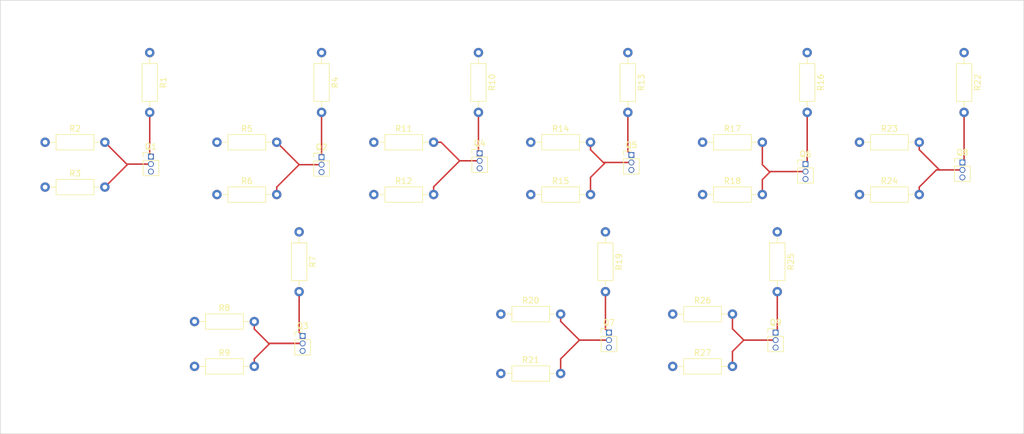
<source format=kicad_pcb>
(kicad_pcb (version 20171130) (host pcbnew "(5.0.1-3-g963ef8bb5)")

  (general
    (thickness 1.6)
    (drawings 4)
    (tracks 62)
    (zones 0)
    (modules 36)
    (nets 24)
  )

  (page A4)
  (layers
    (0 F.Cu signal)
    (31 B.Cu signal)
    (32 B.Adhes user)
    (33 F.Adhes user)
    (34 B.Paste user)
    (35 F.Paste user)
    (36 B.SilkS user)
    (37 F.SilkS user)
    (38 B.Mask user)
    (39 F.Mask user)
    (40 Dwgs.User user)
    (41 Cmts.User user)
    (42 Eco1.User user)
    (43 Eco2.User user)
    (44 Edge.Cuts user)
    (45 Margin user)
    (46 B.CrtYd user)
    (47 F.CrtYd user)
    (48 B.Fab user)
    (49 F.Fab user)
  )

  (setup
    (last_trace_width 0.25)
    (trace_clearance 0.2)
    (zone_clearance 0.508)
    (zone_45_only no)
    (trace_min 0.2)
    (segment_width 0.2)
    (edge_width 0.1)
    (via_size 0.8)
    (via_drill 0.4)
    (via_min_size 0.4)
    (via_min_drill 0.3)
    (uvia_size 0.3)
    (uvia_drill 0.1)
    (uvias_allowed no)
    (uvia_min_size 0.2)
    (uvia_min_drill 0.1)
    (pcb_text_width 0.3)
    (pcb_text_size 1.5 1.5)
    (mod_edge_width 0.15)
    (mod_text_size 1 1)
    (mod_text_width 0.15)
    (pad_size 1.5 1.5)
    (pad_drill 0.6)
    (pad_to_mask_clearance 0)
    (aux_axis_origin 0 0)
    (visible_elements FFFFFF7F)
    (pcbplotparams
      (layerselection 0x010fc_ffffffff)
      (usegerberextensions false)
      (usegerberattributes false)
      (usegerberadvancedattributes false)
      (creategerberjobfile false)
      (excludeedgelayer true)
      (linewidth 0.100000)
      (plotframeref false)
      (viasonmask false)
      (mode 1)
      (useauxorigin false)
      (hpglpennumber 1)
      (hpglpenspeed 20)
      (hpglpendiameter 15.000000)
      (psnegative false)
      (psa4output false)
      (plotreference true)
      (plotvalue true)
      (plotinvisibletext false)
      (padsonsilk false)
      (subtractmaskfromsilk false)
      (outputformat 1)
      (mirror false)
      (drillshape 1)
      (scaleselection 1)
      (outputdirectory ""))
  )

  (net 0 "")
  (net 1 /adder-1-nor-3/A)
  (net 2 /adder-1-nor-1/AorB)
  (net 3 /Gnd)
  (net 4 /adder-1-nor-4/A)
  (net 5 /adder-1-nor-2/AorB)
  (net 6 /adder-1-nor-3/AorB)
  (net 7 /adder-1-nor-4/B)
  (net 8 /adder-1-nor-4/AorB)
  (net 9 /adder-1-nor-5/A)
  (net 10 /adder-1-nor-7/A)
  (net 11 /adder-1-nor-5/AorB)
  (net 12 /adder-1-nor-6/AorB)
  (net 13 /adder-1-nor-9/A)
  (net 14 /adder-1-nor-7/AorB)
  (net 15 /adder-1-nor-9/B)
  (net 16 /S)
  (net 17 /adder-1-nor-9/AorB)
  (net 18 /adder-1-nor-8/AorB)
  (net 19 /Cout)
  (net 20 /Vcc)
  (net 21 /A)
  (net 22 /B)
  (net 23 /Cin)

  (net_class Default "This is the default net class."
    (clearance 0.2)
    (trace_width 0.25)
    (via_dia 0.8)
    (via_drill 0.4)
    (uvia_dia 0.3)
    (uvia_drill 0.1)
    (add_net /A)
    (add_net /B)
    (add_net /Cin)
    (add_net /Cout)
    (add_net /Gnd)
    (add_net /S)
    (add_net /Vcc)
    (add_net /adder-1-nor-1/AorB)
    (add_net /adder-1-nor-2/AorB)
    (add_net /adder-1-nor-3/A)
    (add_net /adder-1-nor-3/AorB)
    (add_net /adder-1-nor-4/A)
    (add_net /adder-1-nor-4/AorB)
    (add_net /adder-1-nor-4/B)
    (add_net /adder-1-nor-5/A)
    (add_net /adder-1-nor-5/AorB)
    (add_net /adder-1-nor-6/AorB)
    (add_net /adder-1-nor-7/A)
    (add_net /adder-1-nor-7/AorB)
    (add_net /adder-1-nor-8/AorB)
    (add_net /adder-1-nor-9/A)
    (add_net /adder-1-nor-9/AorB)
    (add_net /adder-1-nor-9/B)
  )

  (module Socket_Strips:Socket_Strip_Straight_1x03_Pitch1.27mm (layer F.Cu) (tedit 58CD5453) (tstamp 5C5B1AAF)
    (at 59.895001 62.135001)
    (descr "Through hole straight socket strip, 1x03, 1.27mm pitch, single row")
    (tags "Through hole socket strip THT 1x03 1.27mm single row")
    (path /5C34AF2E/5C561AC1)
    (fp_text reference Q1 (at 0 -1.695) (layer F.SilkS)
      (effects (font (size 1 1) (thickness 0.15)))
    )
    (fp_text value NPN (at 0 4.235) (layer F.Fab)
      (effects (font (size 1 1) (thickness 0.15)))
    )
    (fp_line (start -1.27 -0.635) (end -1.27 3.175) (layer F.Fab) (width 0.1))
    (fp_line (start -1.27 3.175) (end 1.27 3.175) (layer F.Fab) (width 0.1))
    (fp_line (start 1.27 3.175) (end 1.27 -0.635) (layer F.Fab) (width 0.1))
    (fp_line (start 1.27 -0.635) (end -1.27 -0.635) (layer F.Fab) (width 0.1))
    (fp_line (start -1.33 0.635) (end -1.33 3.235) (layer F.SilkS) (width 0.12))
    (fp_line (start -1.33 3.235) (end 1.33 3.235) (layer F.SilkS) (width 0.12))
    (fp_line (start 1.33 3.235) (end 1.33 0.635) (layer F.SilkS) (width 0.12))
    (fp_line (start 1.33 0.635) (end -1.33 0.635) (layer F.SilkS) (width 0.12))
    (fp_line (start -1.33 0) (end -1.33 -0.695) (layer F.SilkS) (width 0.12))
    (fp_line (start -1.33 -0.695) (end 0 -0.695) (layer F.SilkS) (width 0.12))
    (fp_line (start -1.8 -1.15) (end -1.8 3.7) (layer F.CrtYd) (width 0.05))
    (fp_line (start -1.8 3.7) (end 1.8 3.7) (layer F.CrtYd) (width 0.05))
    (fp_line (start 1.8 3.7) (end 1.8 -1.15) (layer F.CrtYd) (width 0.05))
    (fp_line (start 1.8 -1.15) (end -1.8 -1.15) (layer F.CrtYd) (width 0.05))
    (fp_text user %R (at 0 -1.695) (layer F.Fab)
      (effects (font (size 1 1) (thickness 0.15)))
    )
    (pad 1 thru_hole rect (at 0 0) (size 1 1) (drill 0.7) (layers *.Cu *.Mask)
      (net 1 /adder-1-nor-3/A))
    (pad 2 thru_hole oval (at 0 1.27) (size 1 1) (drill 0.7) (layers *.Cu *.Mask)
      (net 2 /adder-1-nor-1/AorB))
    (pad 3 thru_hole oval (at 0 2.54) (size 1 1) (drill 0.7) (layers *.Cu *.Mask)
      (net 3 /Gnd))
    (model ${KISYS3DMOD}/Socket_Strips.3dshapes/Socket_Strip_Straight_1x03_Pitch1.27mm.wrl
      (at (xyz 0 0 0))
      (scale (xyz 1 1 1))
      (rotate (xyz 0 0 0))
    )
  )

  (module Socket_Strips:Socket_Strip_Straight_1x03_Pitch1.27mm (layer F.Cu) (tedit 58CD5453) (tstamp 5C5B1AC5)
    (at 88.9 62.23)
    (descr "Through hole straight socket strip, 1x03, 1.27mm pitch, single row")
    (tags "Through hole socket strip THT 1x03 1.27mm single row")
    (path /5C34B000/5C561AC1)
    (fp_text reference Q2 (at 0 -1.695) (layer F.SilkS)
      (effects (font (size 1 1) (thickness 0.15)))
    )
    (fp_text value NPN (at 0 4.235) (layer F.Fab)
      (effects (font (size 1 1) (thickness 0.15)))
    )
    (fp_line (start -1.27 -0.635) (end -1.27 3.175) (layer F.Fab) (width 0.1))
    (fp_line (start -1.27 3.175) (end 1.27 3.175) (layer F.Fab) (width 0.1))
    (fp_line (start 1.27 3.175) (end 1.27 -0.635) (layer F.Fab) (width 0.1))
    (fp_line (start 1.27 -0.635) (end -1.27 -0.635) (layer F.Fab) (width 0.1))
    (fp_line (start -1.33 0.635) (end -1.33 3.235) (layer F.SilkS) (width 0.12))
    (fp_line (start -1.33 3.235) (end 1.33 3.235) (layer F.SilkS) (width 0.12))
    (fp_line (start 1.33 3.235) (end 1.33 0.635) (layer F.SilkS) (width 0.12))
    (fp_line (start 1.33 0.635) (end -1.33 0.635) (layer F.SilkS) (width 0.12))
    (fp_line (start -1.33 0) (end -1.33 -0.695) (layer F.SilkS) (width 0.12))
    (fp_line (start -1.33 -0.695) (end 0 -0.695) (layer F.SilkS) (width 0.12))
    (fp_line (start -1.8 -1.15) (end -1.8 3.7) (layer F.CrtYd) (width 0.05))
    (fp_line (start -1.8 3.7) (end 1.8 3.7) (layer F.CrtYd) (width 0.05))
    (fp_line (start 1.8 3.7) (end 1.8 -1.15) (layer F.CrtYd) (width 0.05))
    (fp_line (start 1.8 -1.15) (end -1.8 -1.15) (layer F.CrtYd) (width 0.05))
    (fp_text user %R (at 0 -1.695) (layer F.Fab)
      (effects (font (size 1 1) (thickness 0.15)))
    )
    (pad 1 thru_hole rect (at 0 0) (size 1 1) (drill 0.7) (layers *.Cu *.Mask)
      (net 4 /adder-1-nor-4/A))
    (pad 2 thru_hole oval (at 0 1.27) (size 1 1) (drill 0.7) (layers *.Cu *.Mask)
      (net 5 /adder-1-nor-2/AorB))
    (pad 3 thru_hole oval (at 0 2.54) (size 1 1) (drill 0.7) (layers *.Cu *.Mask)
      (net 3 /Gnd))
    (model ${KISYS3DMOD}/Socket_Strips.3dshapes/Socket_Strip_Straight_1x03_Pitch1.27mm.wrl
      (at (xyz 0 0 0))
      (scale (xyz 1 1 1))
      (rotate (xyz 0 0 0))
    )
  )

  (module Socket_Strips:Socket_Strip_Straight_1x03_Pitch1.27mm (layer F.Cu) (tedit 58CD5453) (tstamp 5C5B468A)
    (at 85.685001 92.615001)
    (descr "Through hole straight socket strip, 1x03, 1.27mm pitch, single row")
    (tags "Through hole socket strip THT 1x03 1.27mm single row")
    (path /5C34B014/5C561AC1)
    (fp_text reference Q3 (at 0 -1.695) (layer F.SilkS)
      (effects (font (size 1 1) (thickness 0.15)))
    )
    (fp_text value NPN (at 0 4.235) (layer F.Fab)
      (effects (font (size 1 1) (thickness 0.15)))
    )
    (fp_text user %R (at 0 -1.695) (layer F.Fab)
      (effects (font (size 1 1) (thickness 0.15)))
    )
    (fp_line (start 1.8 -1.15) (end -1.8 -1.15) (layer F.CrtYd) (width 0.05))
    (fp_line (start 1.8 3.7) (end 1.8 -1.15) (layer F.CrtYd) (width 0.05))
    (fp_line (start -1.8 3.7) (end 1.8 3.7) (layer F.CrtYd) (width 0.05))
    (fp_line (start -1.8 -1.15) (end -1.8 3.7) (layer F.CrtYd) (width 0.05))
    (fp_line (start -1.33 -0.695) (end 0 -0.695) (layer F.SilkS) (width 0.12))
    (fp_line (start -1.33 0) (end -1.33 -0.695) (layer F.SilkS) (width 0.12))
    (fp_line (start 1.33 0.635) (end -1.33 0.635) (layer F.SilkS) (width 0.12))
    (fp_line (start 1.33 3.235) (end 1.33 0.635) (layer F.SilkS) (width 0.12))
    (fp_line (start -1.33 3.235) (end 1.33 3.235) (layer F.SilkS) (width 0.12))
    (fp_line (start -1.33 0.635) (end -1.33 3.235) (layer F.SilkS) (width 0.12))
    (fp_line (start 1.27 -0.635) (end -1.27 -0.635) (layer F.Fab) (width 0.1))
    (fp_line (start 1.27 3.175) (end 1.27 -0.635) (layer F.Fab) (width 0.1))
    (fp_line (start -1.27 3.175) (end 1.27 3.175) (layer F.Fab) (width 0.1))
    (fp_line (start -1.27 -0.635) (end -1.27 3.175) (layer F.Fab) (width 0.1))
    (pad 3 thru_hole oval (at 0 2.54) (size 1 1) (drill 0.7) (layers *.Cu *.Mask)
      (net 3 /Gnd))
    (pad 2 thru_hole oval (at 0 1.27) (size 1 1) (drill 0.7) (layers *.Cu *.Mask)
      (net 6 /adder-1-nor-3/AorB))
    (pad 1 thru_hole rect (at 0 0) (size 1 1) (drill 0.7) (layers *.Cu *.Mask)
      (net 7 /adder-1-nor-4/B))
    (model ${KISYS3DMOD}/Socket_Strips.3dshapes/Socket_Strip_Straight_1x03_Pitch1.27mm.wrl
      (at (xyz 0 0 0))
      (scale (xyz 1 1 1))
      (rotate (xyz 0 0 0))
    )
  )

  (module Socket_Strips:Socket_Strip_Straight_1x03_Pitch1.27mm (layer F.Cu) (tedit 58CD5453) (tstamp 5C5B1AF1)
    (at 115.775001 61.575001)
    (descr "Through hole straight socket strip, 1x03, 1.27mm pitch, single row")
    (tags "Through hole socket strip THT 1x03 1.27mm single row")
    (path /5C34B02E/5C561AC1)
    (fp_text reference Q4 (at 0 -1.695) (layer F.SilkS)
      (effects (font (size 1 1) (thickness 0.15)))
    )
    (fp_text value NPN (at 0 4.235) (layer F.Fab)
      (effects (font (size 1 1) (thickness 0.15)))
    )
    (fp_text user %R (at 0 -1.695) (layer F.Fab)
      (effects (font (size 1 1) (thickness 0.15)))
    )
    (fp_line (start 1.8 -1.15) (end -1.8 -1.15) (layer F.CrtYd) (width 0.05))
    (fp_line (start 1.8 3.7) (end 1.8 -1.15) (layer F.CrtYd) (width 0.05))
    (fp_line (start -1.8 3.7) (end 1.8 3.7) (layer F.CrtYd) (width 0.05))
    (fp_line (start -1.8 -1.15) (end -1.8 3.7) (layer F.CrtYd) (width 0.05))
    (fp_line (start -1.33 -0.695) (end 0 -0.695) (layer F.SilkS) (width 0.12))
    (fp_line (start -1.33 0) (end -1.33 -0.695) (layer F.SilkS) (width 0.12))
    (fp_line (start 1.33 0.635) (end -1.33 0.635) (layer F.SilkS) (width 0.12))
    (fp_line (start 1.33 3.235) (end 1.33 0.635) (layer F.SilkS) (width 0.12))
    (fp_line (start -1.33 3.235) (end 1.33 3.235) (layer F.SilkS) (width 0.12))
    (fp_line (start -1.33 0.635) (end -1.33 3.235) (layer F.SilkS) (width 0.12))
    (fp_line (start 1.27 -0.635) (end -1.27 -0.635) (layer F.Fab) (width 0.1))
    (fp_line (start 1.27 3.175) (end 1.27 -0.635) (layer F.Fab) (width 0.1))
    (fp_line (start -1.27 3.175) (end 1.27 3.175) (layer F.Fab) (width 0.1))
    (fp_line (start -1.27 -0.635) (end -1.27 3.175) (layer F.Fab) (width 0.1))
    (pad 3 thru_hole oval (at 0 2.54) (size 1 1) (drill 0.7) (layers *.Cu *.Mask)
      (net 3 /Gnd))
    (pad 2 thru_hole oval (at 0 1.27) (size 1 1) (drill 0.7) (layers *.Cu *.Mask)
      (net 8 /adder-1-nor-4/AorB))
    (pad 1 thru_hole rect (at 0 0) (size 1 1) (drill 0.7) (layers *.Cu *.Mask)
      (net 9 /adder-1-nor-5/A))
    (model ${KISYS3DMOD}/Socket_Strips.3dshapes/Socket_Strip_Straight_1x03_Pitch1.27mm.wrl
      (at (xyz 0 0 0))
      (scale (xyz 1 1 1))
      (rotate (xyz 0 0 0))
    )
  )

  (module Socket_Strips:Socket_Strip_Straight_1x03_Pitch1.27mm (layer F.Cu) (tedit 58CD5453) (tstamp 5C5B1B07)
    (at 141.565001 61.855001)
    (descr "Through hole straight socket strip, 1x03, 1.27mm pitch, single row")
    (tags "Through hole socket strip THT 1x03 1.27mm single row")
    (path /5C34B051/5C561AC1)
    (fp_text reference Q5 (at 0 -1.695) (layer F.SilkS)
      (effects (font (size 1 1) (thickness 0.15)))
    )
    (fp_text value NPN (at 0 4.235) (layer F.Fab)
      (effects (font (size 1 1) (thickness 0.15)))
    )
    (fp_line (start -1.27 -0.635) (end -1.27 3.175) (layer F.Fab) (width 0.1))
    (fp_line (start -1.27 3.175) (end 1.27 3.175) (layer F.Fab) (width 0.1))
    (fp_line (start 1.27 3.175) (end 1.27 -0.635) (layer F.Fab) (width 0.1))
    (fp_line (start 1.27 -0.635) (end -1.27 -0.635) (layer F.Fab) (width 0.1))
    (fp_line (start -1.33 0.635) (end -1.33 3.235) (layer F.SilkS) (width 0.12))
    (fp_line (start -1.33 3.235) (end 1.33 3.235) (layer F.SilkS) (width 0.12))
    (fp_line (start 1.33 3.235) (end 1.33 0.635) (layer F.SilkS) (width 0.12))
    (fp_line (start 1.33 0.635) (end -1.33 0.635) (layer F.SilkS) (width 0.12))
    (fp_line (start -1.33 0) (end -1.33 -0.695) (layer F.SilkS) (width 0.12))
    (fp_line (start -1.33 -0.695) (end 0 -0.695) (layer F.SilkS) (width 0.12))
    (fp_line (start -1.8 -1.15) (end -1.8 3.7) (layer F.CrtYd) (width 0.05))
    (fp_line (start -1.8 3.7) (end 1.8 3.7) (layer F.CrtYd) (width 0.05))
    (fp_line (start 1.8 3.7) (end 1.8 -1.15) (layer F.CrtYd) (width 0.05))
    (fp_line (start 1.8 -1.15) (end -1.8 -1.15) (layer F.CrtYd) (width 0.05))
    (fp_text user %R (at 0 -1.695) (layer F.Fab)
      (effects (font (size 1 1) (thickness 0.15)))
    )
    (pad 1 thru_hole rect (at 0 0) (size 1 1) (drill 0.7) (layers *.Cu *.Mask)
      (net 10 /adder-1-nor-7/A))
    (pad 2 thru_hole oval (at 0 1.27) (size 1 1) (drill 0.7) (layers *.Cu *.Mask)
      (net 11 /adder-1-nor-5/AorB))
    (pad 3 thru_hole oval (at 0 2.54) (size 1 1) (drill 0.7) (layers *.Cu *.Mask)
      (net 3 /Gnd))
    (model ${KISYS3DMOD}/Socket_Strips.3dshapes/Socket_Strip_Straight_1x03_Pitch1.27mm.wrl
      (at (xyz 0 0 0))
      (scale (xyz 1 1 1))
      (rotate (xyz 0 0 0))
    )
  )

  (module Socket_Strips:Socket_Strip_Straight_1x03_Pitch1.27mm (layer F.Cu) (tedit 58CD5453) (tstamp 5C5B1B1D)
    (at 171.165001 63.405001)
    (descr "Through hole straight socket strip, 1x03, 1.27mm pitch, single row")
    (tags "Through hole socket strip THT 1x03 1.27mm single row")
    (path /5C34B058/5C561AC1)
    (fp_text reference Q6 (at 0 -1.695) (layer F.SilkS)
      (effects (font (size 1 1) (thickness 0.15)))
    )
    (fp_text value NPN (at 0 4.235) (layer F.Fab)
      (effects (font (size 1 1) (thickness 0.15)))
    )
    (fp_text user %R (at 0 -1.695) (layer F.Fab)
      (effects (font (size 1 1) (thickness 0.15)))
    )
    (fp_line (start 1.8 -1.15) (end -1.8 -1.15) (layer F.CrtYd) (width 0.05))
    (fp_line (start 1.8 3.7) (end 1.8 -1.15) (layer F.CrtYd) (width 0.05))
    (fp_line (start -1.8 3.7) (end 1.8 3.7) (layer F.CrtYd) (width 0.05))
    (fp_line (start -1.8 -1.15) (end -1.8 3.7) (layer F.CrtYd) (width 0.05))
    (fp_line (start -1.33 -0.695) (end 0 -0.695) (layer F.SilkS) (width 0.12))
    (fp_line (start -1.33 0) (end -1.33 -0.695) (layer F.SilkS) (width 0.12))
    (fp_line (start 1.33 0.635) (end -1.33 0.635) (layer F.SilkS) (width 0.12))
    (fp_line (start 1.33 3.235) (end 1.33 0.635) (layer F.SilkS) (width 0.12))
    (fp_line (start -1.33 3.235) (end 1.33 3.235) (layer F.SilkS) (width 0.12))
    (fp_line (start -1.33 0.635) (end -1.33 3.235) (layer F.SilkS) (width 0.12))
    (fp_line (start 1.27 -0.635) (end -1.27 -0.635) (layer F.Fab) (width 0.1))
    (fp_line (start 1.27 3.175) (end 1.27 -0.635) (layer F.Fab) (width 0.1))
    (fp_line (start -1.27 3.175) (end 1.27 3.175) (layer F.Fab) (width 0.1))
    (fp_line (start -1.27 -0.635) (end -1.27 3.175) (layer F.Fab) (width 0.1))
    (pad 3 thru_hole oval (at 0 2.54) (size 1 1) (drill 0.7) (layers *.Cu *.Mask)
      (net 3 /Gnd))
    (pad 2 thru_hole oval (at 0 1.27) (size 1 1) (drill 0.7) (layers *.Cu *.Mask)
      (net 12 /adder-1-nor-6/AorB))
    (pad 1 thru_hole rect (at 0 0) (size 1 1) (drill 0.7) (layers *.Cu *.Mask)
      (net 13 /adder-1-nor-9/A))
    (model ${KISYS3DMOD}/Socket_Strips.3dshapes/Socket_Strip_Straight_1x03_Pitch1.27mm.wrl
      (at (xyz 0 0 0))
      (scale (xyz 1 1 1))
      (rotate (xyz 0 0 0))
    )
  )

  (module Socket_Strips:Socket_Strip_Straight_1x03_Pitch1.27mm (layer F.Cu) (tedit 58CD5453) (tstamp 5C5B475C)
    (at 137.755001 92.055001)
    (descr "Through hole straight socket strip, 1x03, 1.27mm pitch, single row")
    (tags "Through hole socket strip THT 1x03 1.27mm single row")
    (path /5C34B05F/5C561AC1)
    (fp_text reference Q7 (at 0 -1.695) (layer F.SilkS)
      (effects (font (size 1 1) (thickness 0.15)))
    )
    (fp_text value NPN (at 0 4.235) (layer F.Fab)
      (effects (font (size 1 1) (thickness 0.15)))
    )
    (fp_text user %R (at 0 -1.695) (layer F.Fab)
      (effects (font (size 1 1) (thickness 0.15)))
    )
    (fp_line (start 1.8 -1.15) (end -1.8 -1.15) (layer F.CrtYd) (width 0.05))
    (fp_line (start 1.8 3.7) (end 1.8 -1.15) (layer F.CrtYd) (width 0.05))
    (fp_line (start -1.8 3.7) (end 1.8 3.7) (layer F.CrtYd) (width 0.05))
    (fp_line (start -1.8 -1.15) (end -1.8 3.7) (layer F.CrtYd) (width 0.05))
    (fp_line (start -1.33 -0.695) (end 0 -0.695) (layer F.SilkS) (width 0.12))
    (fp_line (start -1.33 0) (end -1.33 -0.695) (layer F.SilkS) (width 0.12))
    (fp_line (start 1.33 0.635) (end -1.33 0.635) (layer F.SilkS) (width 0.12))
    (fp_line (start 1.33 3.235) (end 1.33 0.635) (layer F.SilkS) (width 0.12))
    (fp_line (start -1.33 3.235) (end 1.33 3.235) (layer F.SilkS) (width 0.12))
    (fp_line (start -1.33 0.635) (end -1.33 3.235) (layer F.SilkS) (width 0.12))
    (fp_line (start 1.27 -0.635) (end -1.27 -0.635) (layer F.Fab) (width 0.1))
    (fp_line (start 1.27 3.175) (end 1.27 -0.635) (layer F.Fab) (width 0.1))
    (fp_line (start -1.27 3.175) (end 1.27 3.175) (layer F.Fab) (width 0.1))
    (fp_line (start -1.27 -0.635) (end -1.27 3.175) (layer F.Fab) (width 0.1))
    (pad 3 thru_hole oval (at 0 2.54) (size 1 1) (drill 0.7) (layers *.Cu *.Mask)
      (net 3 /Gnd))
    (pad 2 thru_hole oval (at 0 1.27) (size 1 1) (drill 0.7) (layers *.Cu *.Mask)
      (net 14 /adder-1-nor-7/AorB))
    (pad 1 thru_hole rect (at 0 0) (size 1 1) (drill 0.7) (layers *.Cu *.Mask)
      (net 15 /adder-1-nor-9/B))
    (model ${KISYS3DMOD}/Socket_Strips.3dshapes/Socket_Strip_Straight_1x03_Pitch1.27mm.wrl
      (at (xyz 0 0 0))
      (scale (xyz 1 1 1))
      (rotate (xyz 0 0 0))
    )
  )

  (module Socket_Strips:Socket_Strip_Straight_1x03_Pitch1.27mm (layer F.Cu) (tedit 58CD5453) (tstamp 5C5B1B49)
    (at 197.835001 63.125001)
    (descr "Through hole straight socket strip, 1x03, 1.27mm pitch, single row")
    (tags "Through hole socket strip THT 1x03 1.27mm single row")
    (path /5C34B066/5C561AC1)
    (fp_text reference Q8 (at 0 -1.695) (layer F.SilkS)
      (effects (font (size 1 1) (thickness 0.15)))
    )
    (fp_text value NPN (at 0 4.235) (layer F.Fab)
      (effects (font (size 1 1) (thickness 0.15)))
    )
    (fp_line (start -1.27 -0.635) (end -1.27 3.175) (layer F.Fab) (width 0.1))
    (fp_line (start -1.27 3.175) (end 1.27 3.175) (layer F.Fab) (width 0.1))
    (fp_line (start 1.27 3.175) (end 1.27 -0.635) (layer F.Fab) (width 0.1))
    (fp_line (start 1.27 -0.635) (end -1.27 -0.635) (layer F.Fab) (width 0.1))
    (fp_line (start -1.33 0.635) (end -1.33 3.235) (layer F.SilkS) (width 0.12))
    (fp_line (start -1.33 3.235) (end 1.33 3.235) (layer F.SilkS) (width 0.12))
    (fp_line (start 1.33 3.235) (end 1.33 0.635) (layer F.SilkS) (width 0.12))
    (fp_line (start 1.33 0.635) (end -1.33 0.635) (layer F.SilkS) (width 0.12))
    (fp_line (start -1.33 0) (end -1.33 -0.695) (layer F.SilkS) (width 0.12))
    (fp_line (start -1.33 -0.695) (end 0 -0.695) (layer F.SilkS) (width 0.12))
    (fp_line (start -1.8 -1.15) (end -1.8 3.7) (layer F.CrtYd) (width 0.05))
    (fp_line (start -1.8 3.7) (end 1.8 3.7) (layer F.CrtYd) (width 0.05))
    (fp_line (start 1.8 3.7) (end 1.8 -1.15) (layer F.CrtYd) (width 0.05))
    (fp_line (start 1.8 -1.15) (end -1.8 -1.15) (layer F.CrtYd) (width 0.05))
    (fp_text user %R (at 0 -1.695) (layer F.Fab)
      (effects (font (size 1 1) (thickness 0.15)))
    )
    (pad 1 thru_hole rect (at 0 0) (size 1 1) (drill 0.7) (layers *.Cu *.Mask)
      (net 16 /S))
    (pad 2 thru_hole oval (at 0 1.27) (size 1 1) (drill 0.7) (layers *.Cu *.Mask)
      (net 17 /adder-1-nor-9/AorB))
    (pad 3 thru_hole oval (at 0 2.54) (size 1 1) (drill 0.7) (layers *.Cu *.Mask)
      (net 3 /Gnd))
    (model ${KISYS3DMOD}/Socket_Strips.3dshapes/Socket_Strip_Straight_1x03_Pitch1.27mm.wrl
      (at (xyz 0 0 0))
      (scale (xyz 1 1 1))
      (rotate (xyz 0 0 0))
    )
  )

  (module Socket_Strips:Socket_Strip_Straight_1x03_Pitch1.27mm (layer F.Cu) (tedit 58CD5453) (tstamp 5C5B1B5F)
    (at 166.085001 92.055001)
    (descr "Through hole straight socket strip, 1x03, 1.27mm pitch, single row")
    (tags "Through hole socket strip THT 1x03 1.27mm single row")
    (path /5C34B0D4/5C561AC1)
    (fp_text reference Q9 (at 0 -1.695) (layer F.SilkS)
      (effects (font (size 1 1) (thickness 0.15)))
    )
    (fp_text value NPN (at 0 4.235) (layer F.Fab)
      (effects (font (size 1 1) (thickness 0.15)))
    )
    (fp_text user %R (at 0 -1.695) (layer F.Fab)
      (effects (font (size 1 1) (thickness 0.15)))
    )
    (fp_line (start 1.8 -1.15) (end -1.8 -1.15) (layer F.CrtYd) (width 0.05))
    (fp_line (start 1.8 3.7) (end 1.8 -1.15) (layer F.CrtYd) (width 0.05))
    (fp_line (start -1.8 3.7) (end 1.8 3.7) (layer F.CrtYd) (width 0.05))
    (fp_line (start -1.8 -1.15) (end -1.8 3.7) (layer F.CrtYd) (width 0.05))
    (fp_line (start -1.33 -0.695) (end 0 -0.695) (layer F.SilkS) (width 0.12))
    (fp_line (start -1.33 0) (end -1.33 -0.695) (layer F.SilkS) (width 0.12))
    (fp_line (start 1.33 0.635) (end -1.33 0.635) (layer F.SilkS) (width 0.12))
    (fp_line (start 1.33 3.235) (end 1.33 0.635) (layer F.SilkS) (width 0.12))
    (fp_line (start -1.33 3.235) (end 1.33 3.235) (layer F.SilkS) (width 0.12))
    (fp_line (start -1.33 0.635) (end -1.33 3.235) (layer F.SilkS) (width 0.12))
    (fp_line (start 1.27 -0.635) (end -1.27 -0.635) (layer F.Fab) (width 0.1))
    (fp_line (start 1.27 3.175) (end 1.27 -0.635) (layer F.Fab) (width 0.1))
    (fp_line (start -1.27 3.175) (end 1.27 3.175) (layer F.Fab) (width 0.1))
    (fp_line (start -1.27 -0.635) (end -1.27 3.175) (layer F.Fab) (width 0.1))
    (pad 3 thru_hole oval (at 0 2.54) (size 1 1) (drill 0.7) (layers *.Cu *.Mask)
      (net 3 /Gnd))
    (pad 2 thru_hole oval (at 0 1.27) (size 1 1) (drill 0.7) (layers *.Cu *.Mask)
      (net 18 /adder-1-nor-8/AorB))
    (pad 1 thru_hole rect (at 0 0) (size 1 1) (drill 0.7) (layers *.Cu *.Mask)
      (net 19 /Cout))
    (model ${KISYS3DMOD}/Socket_Strips.3dshapes/Socket_Strip_Straight_1x03_Pitch1.27mm.wrl
      (at (xyz 0 0 0))
      (scale (xyz 1 1 1))
      (rotate (xyz 0 0 0))
    )
  )

  (module Resistors_THT:R_Axial_DIN0207_L6.3mm_D2.5mm_P10.16mm_Horizontal (layer F.Cu) (tedit 5874F706) (tstamp 5C5B1B75)
    (at 59.69 44.45 270)
    (descr "Resistor, Axial_DIN0207 series, Axial, Horizontal, pin pitch=10.16mm, 0.25W = 1/4W, length*diameter=6.3*2.5mm^2, http://cdn-reichelt.de/documents/datenblatt/B400/1_4W%23YAG.pdf")
    (tags "Resistor Axial_DIN0207 series Axial Horizontal pin pitch 10.16mm 0.25W = 1/4W length 6.3mm diameter 2.5mm")
    (path /5C34AF2E/5C561AB5)
    (fp_text reference R1 (at 5.08 -2.31 270) (layer F.SilkS)
      (effects (font (size 1 1) (thickness 0.15)))
    )
    (fp_text value 1K (at 5.08 2.31 270) (layer F.Fab)
      (effects (font (size 1 1) (thickness 0.15)))
    )
    (fp_line (start 1.93 -1.25) (end 1.93 1.25) (layer F.Fab) (width 0.1))
    (fp_line (start 1.93 1.25) (end 8.23 1.25) (layer F.Fab) (width 0.1))
    (fp_line (start 8.23 1.25) (end 8.23 -1.25) (layer F.Fab) (width 0.1))
    (fp_line (start 8.23 -1.25) (end 1.93 -1.25) (layer F.Fab) (width 0.1))
    (fp_line (start 0 0) (end 1.93 0) (layer F.Fab) (width 0.1))
    (fp_line (start 10.16 0) (end 8.23 0) (layer F.Fab) (width 0.1))
    (fp_line (start 1.87 -1.31) (end 1.87 1.31) (layer F.SilkS) (width 0.12))
    (fp_line (start 1.87 1.31) (end 8.29 1.31) (layer F.SilkS) (width 0.12))
    (fp_line (start 8.29 1.31) (end 8.29 -1.31) (layer F.SilkS) (width 0.12))
    (fp_line (start 8.29 -1.31) (end 1.87 -1.31) (layer F.SilkS) (width 0.12))
    (fp_line (start 0.98 0) (end 1.87 0) (layer F.SilkS) (width 0.12))
    (fp_line (start 9.18 0) (end 8.29 0) (layer F.SilkS) (width 0.12))
    (fp_line (start -1.05 -1.6) (end -1.05 1.6) (layer F.CrtYd) (width 0.05))
    (fp_line (start -1.05 1.6) (end 11.25 1.6) (layer F.CrtYd) (width 0.05))
    (fp_line (start 11.25 1.6) (end 11.25 -1.6) (layer F.CrtYd) (width 0.05))
    (fp_line (start 11.25 -1.6) (end -1.05 -1.6) (layer F.CrtYd) (width 0.05))
    (pad 1 thru_hole circle (at 0 0 270) (size 1.6 1.6) (drill 0.8) (layers *.Cu *.Mask)
      (net 20 /Vcc))
    (pad 2 thru_hole oval (at 10.16 0 270) (size 1.6 1.6) (drill 0.8) (layers *.Cu *.Mask)
      (net 1 /adder-1-nor-3/A))
    (model ${KISYS3DMOD}/Resistors_THT.3dshapes/R_Axial_DIN0207_L6.3mm_D2.5mm_P10.16mm_Horizontal.wrl
      (at (xyz 0 0 0))
      (scale (xyz 0.393701 0.393701 0.393701))
      (rotate (xyz 0 0 0))
    )
  )

  (module Resistors_THT:R_Axial_DIN0207_L6.3mm_D2.5mm_P10.16mm_Horizontal (layer F.Cu) (tedit 5874F706) (tstamp 5C5B1B8B)
    (at 41.91 59.69)
    (descr "Resistor, Axial_DIN0207 series, Axial, Horizontal, pin pitch=10.16mm, 0.25W = 1/4W, length*diameter=6.3*2.5mm^2, http://cdn-reichelt.de/documents/datenblatt/B400/1_4W%23YAG.pdf")
    (tags "Resistor Axial_DIN0207 series Axial Horizontal pin pitch 10.16mm 0.25W = 1/4W length 6.3mm diameter 2.5mm")
    (path /5C34AF2E/5C42F129)
    (fp_text reference R2 (at 5.08 -2.31) (layer F.SilkS)
      (effects (font (size 1 1) (thickness 0.15)))
    )
    (fp_text value 10K (at 5.08 2.31) (layer F.Fab)
      (effects (font (size 1 1) (thickness 0.15)))
    )
    (fp_line (start 11.25 -1.6) (end -1.05 -1.6) (layer F.CrtYd) (width 0.05))
    (fp_line (start 11.25 1.6) (end 11.25 -1.6) (layer F.CrtYd) (width 0.05))
    (fp_line (start -1.05 1.6) (end 11.25 1.6) (layer F.CrtYd) (width 0.05))
    (fp_line (start -1.05 -1.6) (end -1.05 1.6) (layer F.CrtYd) (width 0.05))
    (fp_line (start 9.18 0) (end 8.29 0) (layer F.SilkS) (width 0.12))
    (fp_line (start 0.98 0) (end 1.87 0) (layer F.SilkS) (width 0.12))
    (fp_line (start 8.29 -1.31) (end 1.87 -1.31) (layer F.SilkS) (width 0.12))
    (fp_line (start 8.29 1.31) (end 8.29 -1.31) (layer F.SilkS) (width 0.12))
    (fp_line (start 1.87 1.31) (end 8.29 1.31) (layer F.SilkS) (width 0.12))
    (fp_line (start 1.87 -1.31) (end 1.87 1.31) (layer F.SilkS) (width 0.12))
    (fp_line (start 10.16 0) (end 8.23 0) (layer F.Fab) (width 0.1))
    (fp_line (start 0 0) (end 1.93 0) (layer F.Fab) (width 0.1))
    (fp_line (start 8.23 -1.25) (end 1.93 -1.25) (layer F.Fab) (width 0.1))
    (fp_line (start 8.23 1.25) (end 8.23 -1.25) (layer F.Fab) (width 0.1))
    (fp_line (start 1.93 1.25) (end 8.23 1.25) (layer F.Fab) (width 0.1))
    (fp_line (start 1.93 -1.25) (end 1.93 1.25) (layer F.Fab) (width 0.1))
    (pad 2 thru_hole oval (at 10.16 0) (size 1.6 1.6) (drill 0.8) (layers *.Cu *.Mask)
      (net 2 /adder-1-nor-1/AorB))
    (pad 1 thru_hole circle (at 0 0) (size 1.6 1.6) (drill 0.8) (layers *.Cu *.Mask)
      (net 21 /A))
    (model ${KISYS3DMOD}/Resistors_THT.3dshapes/R_Axial_DIN0207_L6.3mm_D2.5mm_P10.16mm_Horizontal.wrl
      (at (xyz 0 0 0))
      (scale (xyz 0.393701 0.393701 0.393701))
      (rotate (xyz 0 0 0))
    )
  )

  (module Resistors_THT:R_Axial_DIN0207_L6.3mm_D2.5mm_P10.16mm_Horizontal (layer F.Cu) (tedit 5874F706) (tstamp 5C5B1BA1)
    (at 41.91 67.31)
    (descr "Resistor, Axial_DIN0207 series, Axial, Horizontal, pin pitch=10.16mm, 0.25W = 1/4W, length*diameter=6.3*2.5mm^2, http://cdn-reichelt.de/documents/datenblatt/B400/1_4W%23YAG.pdf")
    (tags "Resistor Axial_DIN0207 series Axial Horizontal pin pitch 10.16mm 0.25W = 1/4W length 6.3mm diameter 2.5mm")
    (path /5C34AF2E/5C42F12A)
    (fp_text reference R3 (at 5.08 -2.31) (layer F.SilkS)
      (effects (font (size 1 1) (thickness 0.15)))
    )
    (fp_text value 10K (at 5.08 2.31) (layer F.Fab)
      (effects (font (size 1 1) (thickness 0.15)))
    )
    (fp_line (start 11.25 -1.6) (end -1.05 -1.6) (layer F.CrtYd) (width 0.05))
    (fp_line (start 11.25 1.6) (end 11.25 -1.6) (layer F.CrtYd) (width 0.05))
    (fp_line (start -1.05 1.6) (end 11.25 1.6) (layer F.CrtYd) (width 0.05))
    (fp_line (start -1.05 -1.6) (end -1.05 1.6) (layer F.CrtYd) (width 0.05))
    (fp_line (start 9.18 0) (end 8.29 0) (layer F.SilkS) (width 0.12))
    (fp_line (start 0.98 0) (end 1.87 0) (layer F.SilkS) (width 0.12))
    (fp_line (start 8.29 -1.31) (end 1.87 -1.31) (layer F.SilkS) (width 0.12))
    (fp_line (start 8.29 1.31) (end 8.29 -1.31) (layer F.SilkS) (width 0.12))
    (fp_line (start 1.87 1.31) (end 8.29 1.31) (layer F.SilkS) (width 0.12))
    (fp_line (start 1.87 -1.31) (end 1.87 1.31) (layer F.SilkS) (width 0.12))
    (fp_line (start 10.16 0) (end 8.23 0) (layer F.Fab) (width 0.1))
    (fp_line (start 0 0) (end 1.93 0) (layer F.Fab) (width 0.1))
    (fp_line (start 8.23 -1.25) (end 1.93 -1.25) (layer F.Fab) (width 0.1))
    (fp_line (start 8.23 1.25) (end 8.23 -1.25) (layer F.Fab) (width 0.1))
    (fp_line (start 1.93 1.25) (end 8.23 1.25) (layer F.Fab) (width 0.1))
    (fp_line (start 1.93 -1.25) (end 1.93 1.25) (layer F.Fab) (width 0.1))
    (pad 2 thru_hole oval (at 10.16 0) (size 1.6 1.6) (drill 0.8) (layers *.Cu *.Mask)
      (net 2 /adder-1-nor-1/AorB))
    (pad 1 thru_hole circle (at 0 0) (size 1.6 1.6) (drill 0.8) (layers *.Cu *.Mask)
      (net 22 /B))
    (model ${KISYS3DMOD}/Resistors_THT.3dshapes/R_Axial_DIN0207_L6.3mm_D2.5mm_P10.16mm_Horizontal.wrl
      (at (xyz 0 0 0))
      (scale (xyz 0.393701 0.393701 0.393701))
      (rotate (xyz 0 0 0))
    )
  )

  (module Resistors_THT:R_Axial_DIN0207_L6.3mm_D2.5mm_P10.16mm_Horizontal (layer F.Cu) (tedit 5874F706) (tstamp 5C5B1BB7)
    (at 88.9 44.45 270)
    (descr "Resistor, Axial_DIN0207 series, Axial, Horizontal, pin pitch=10.16mm, 0.25W = 1/4W, length*diameter=6.3*2.5mm^2, http://cdn-reichelt.de/documents/datenblatt/B400/1_4W%23YAG.pdf")
    (tags "Resistor Axial_DIN0207 series Axial Horizontal pin pitch 10.16mm 0.25W = 1/4W length 6.3mm diameter 2.5mm")
    (path /5C34B000/5C561AB5)
    (fp_text reference R4 (at 5.08 -2.31 270) (layer F.SilkS)
      (effects (font (size 1 1) (thickness 0.15)))
    )
    (fp_text value 1K (at 5.08 2.31 270) (layer F.Fab)
      (effects (font (size 1 1) (thickness 0.15)))
    )
    (fp_line (start 11.25 -1.6) (end -1.05 -1.6) (layer F.CrtYd) (width 0.05))
    (fp_line (start 11.25 1.6) (end 11.25 -1.6) (layer F.CrtYd) (width 0.05))
    (fp_line (start -1.05 1.6) (end 11.25 1.6) (layer F.CrtYd) (width 0.05))
    (fp_line (start -1.05 -1.6) (end -1.05 1.6) (layer F.CrtYd) (width 0.05))
    (fp_line (start 9.18 0) (end 8.29 0) (layer F.SilkS) (width 0.12))
    (fp_line (start 0.98 0) (end 1.87 0) (layer F.SilkS) (width 0.12))
    (fp_line (start 8.29 -1.31) (end 1.87 -1.31) (layer F.SilkS) (width 0.12))
    (fp_line (start 8.29 1.31) (end 8.29 -1.31) (layer F.SilkS) (width 0.12))
    (fp_line (start 1.87 1.31) (end 8.29 1.31) (layer F.SilkS) (width 0.12))
    (fp_line (start 1.87 -1.31) (end 1.87 1.31) (layer F.SilkS) (width 0.12))
    (fp_line (start 10.16 0) (end 8.23 0) (layer F.Fab) (width 0.1))
    (fp_line (start 0 0) (end 1.93 0) (layer F.Fab) (width 0.1))
    (fp_line (start 8.23 -1.25) (end 1.93 -1.25) (layer F.Fab) (width 0.1))
    (fp_line (start 8.23 1.25) (end 8.23 -1.25) (layer F.Fab) (width 0.1))
    (fp_line (start 1.93 1.25) (end 8.23 1.25) (layer F.Fab) (width 0.1))
    (fp_line (start 1.93 -1.25) (end 1.93 1.25) (layer F.Fab) (width 0.1))
    (pad 2 thru_hole oval (at 10.16 0 270) (size 1.6 1.6) (drill 0.8) (layers *.Cu *.Mask)
      (net 4 /adder-1-nor-4/A))
    (pad 1 thru_hole circle (at 0 0 270) (size 1.6 1.6) (drill 0.8) (layers *.Cu *.Mask)
      (net 20 /Vcc))
    (model ${KISYS3DMOD}/Resistors_THT.3dshapes/R_Axial_DIN0207_L6.3mm_D2.5mm_P10.16mm_Horizontal.wrl
      (at (xyz 0 0 0))
      (scale (xyz 0.393701 0.393701 0.393701))
      (rotate (xyz 0 0 0))
    )
  )

  (module Resistors_THT:R_Axial_DIN0207_L6.3mm_D2.5mm_P10.16mm_Horizontal (layer F.Cu) (tedit 5874F706) (tstamp 5C5B1BCD)
    (at 71.12 59.69)
    (descr "Resistor, Axial_DIN0207 series, Axial, Horizontal, pin pitch=10.16mm, 0.25W = 1/4W, length*diameter=6.3*2.5mm^2, http://cdn-reichelt.de/documents/datenblatt/B400/1_4W%23YAG.pdf")
    (tags "Resistor Axial_DIN0207 series Axial Horizontal pin pitch 10.16mm 0.25W = 1/4W length 6.3mm diameter 2.5mm")
    (path /5C34B000/5C42F129)
    (fp_text reference R5 (at 5.08 -2.31) (layer F.SilkS)
      (effects (font (size 1 1) (thickness 0.15)))
    )
    (fp_text value 10K (at 5.08 2.31) (layer F.Fab)
      (effects (font (size 1 1) (thickness 0.15)))
    )
    (fp_line (start 11.25 -1.6) (end -1.05 -1.6) (layer F.CrtYd) (width 0.05))
    (fp_line (start 11.25 1.6) (end 11.25 -1.6) (layer F.CrtYd) (width 0.05))
    (fp_line (start -1.05 1.6) (end 11.25 1.6) (layer F.CrtYd) (width 0.05))
    (fp_line (start -1.05 -1.6) (end -1.05 1.6) (layer F.CrtYd) (width 0.05))
    (fp_line (start 9.18 0) (end 8.29 0) (layer F.SilkS) (width 0.12))
    (fp_line (start 0.98 0) (end 1.87 0) (layer F.SilkS) (width 0.12))
    (fp_line (start 8.29 -1.31) (end 1.87 -1.31) (layer F.SilkS) (width 0.12))
    (fp_line (start 8.29 1.31) (end 8.29 -1.31) (layer F.SilkS) (width 0.12))
    (fp_line (start 1.87 1.31) (end 8.29 1.31) (layer F.SilkS) (width 0.12))
    (fp_line (start 1.87 -1.31) (end 1.87 1.31) (layer F.SilkS) (width 0.12))
    (fp_line (start 10.16 0) (end 8.23 0) (layer F.Fab) (width 0.1))
    (fp_line (start 0 0) (end 1.93 0) (layer F.Fab) (width 0.1))
    (fp_line (start 8.23 -1.25) (end 1.93 -1.25) (layer F.Fab) (width 0.1))
    (fp_line (start 8.23 1.25) (end 8.23 -1.25) (layer F.Fab) (width 0.1))
    (fp_line (start 1.93 1.25) (end 8.23 1.25) (layer F.Fab) (width 0.1))
    (fp_line (start 1.93 -1.25) (end 1.93 1.25) (layer F.Fab) (width 0.1))
    (pad 2 thru_hole oval (at 10.16 0) (size 1.6 1.6) (drill 0.8) (layers *.Cu *.Mask)
      (net 5 /adder-1-nor-2/AorB))
    (pad 1 thru_hole circle (at 0 0) (size 1.6 1.6) (drill 0.8) (layers *.Cu *.Mask)
      (net 21 /A))
    (model ${KISYS3DMOD}/Resistors_THT.3dshapes/R_Axial_DIN0207_L6.3mm_D2.5mm_P10.16mm_Horizontal.wrl
      (at (xyz 0 0 0))
      (scale (xyz 0.393701 0.393701 0.393701))
      (rotate (xyz 0 0 0))
    )
  )

  (module Resistors_THT:R_Axial_DIN0207_L6.3mm_D2.5mm_P10.16mm_Horizontal (layer F.Cu) (tedit 5874F706) (tstamp 5C5B1BE3)
    (at 71.12 68.58)
    (descr "Resistor, Axial_DIN0207 series, Axial, Horizontal, pin pitch=10.16mm, 0.25W = 1/4W, length*diameter=6.3*2.5mm^2, http://cdn-reichelt.de/documents/datenblatt/B400/1_4W%23YAG.pdf")
    (tags "Resistor Axial_DIN0207 series Axial Horizontal pin pitch 10.16mm 0.25W = 1/4W length 6.3mm diameter 2.5mm")
    (path /5C34B000/5C42F12A)
    (fp_text reference R6 (at 5.08 -2.31) (layer F.SilkS)
      (effects (font (size 1 1) (thickness 0.15)))
    )
    (fp_text value 10K (at 5.08 2.31) (layer F.Fab)
      (effects (font (size 1 1) (thickness 0.15)))
    )
    (fp_line (start 11.25 -1.6) (end -1.05 -1.6) (layer F.CrtYd) (width 0.05))
    (fp_line (start 11.25 1.6) (end 11.25 -1.6) (layer F.CrtYd) (width 0.05))
    (fp_line (start -1.05 1.6) (end 11.25 1.6) (layer F.CrtYd) (width 0.05))
    (fp_line (start -1.05 -1.6) (end -1.05 1.6) (layer F.CrtYd) (width 0.05))
    (fp_line (start 9.18 0) (end 8.29 0) (layer F.SilkS) (width 0.12))
    (fp_line (start 0.98 0) (end 1.87 0) (layer F.SilkS) (width 0.12))
    (fp_line (start 8.29 -1.31) (end 1.87 -1.31) (layer F.SilkS) (width 0.12))
    (fp_line (start 8.29 1.31) (end 8.29 -1.31) (layer F.SilkS) (width 0.12))
    (fp_line (start 1.87 1.31) (end 8.29 1.31) (layer F.SilkS) (width 0.12))
    (fp_line (start 1.87 -1.31) (end 1.87 1.31) (layer F.SilkS) (width 0.12))
    (fp_line (start 10.16 0) (end 8.23 0) (layer F.Fab) (width 0.1))
    (fp_line (start 0 0) (end 1.93 0) (layer F.Fab) (width 0.1))
    (fp_line (start 8.23 -1.25) (end 1.93 -1.25) (layer F.Fab) (width 0.1))
    (fp_line (start 8.23 1.25) (end 8.23 -1.25) (layer F.Fab) (width 0.1))
    (fp_line (start 1.93 1.25) (end 8.23 1.25) (layer F.Fab) (width 0.1))
    (fp_line (start 1.93 -1.25) (end 1.93 1.25) (layer F.Fab) (width 0.1))
    (pad 2 thru_hole oval (at 10.16 0) (size 1.6 1.6) (drill 0.8) (layers *.Cu *.Mask)
      (net 5 /adder-1-nor-2/AorB))
    (pad 1 thru_hole circle (at 0 0) (size 1.6 1.6) (drill 0.8) (layers *.Cu *.Mask)
      (net 1 /adder-1-nor-3/A))
    (model ${KISYS3DMOD}/Resistors_THT.3dshapes/R_Axial_DIN0207_L6.3mm_D2.5mm_P10.16mm_Horizontal.wrl
      (at (xyz 0 0 0))
      (scale (xyz 0.393701 0.393701 0.393701))
      (rotate (xyz 0 0 0))
    )
  )

  (module Resistors_THT:R_Axial_DIN0207_L6.3mm_D2.5mm_P10.16mm_Horizontal (layer F.Cu) (tedit 5874F706) (tstamp 5C5B1BF9)
    (at 85.09 74.93 270)
    (descr "Resistor, Axial_DIN0207 series, Axial, Horizontal, pin pitch=10.16mm, 0.25W = 1/4W, length*diameter=6.3*2.5mm^2, http://cdn-reichelt.de/documents/datenblatt/B400/1_4W%23YAG.pdf")
    (tags "Resistor Axial_DIN0207 series Axial Horizontal pin pitch 10.16mm 0.25W = 1/4W length 6.3mm diameter 2.5mm")
    (path /5C34B014/5C561AB5)
    (fp_text reference R7 (at 5.08 -2.31 270) (layer F.SilkS)
      (effects (font (size 1 1) (thickness 0.15)))
    )
    (fp_text value 1K (at 5.08 2.31 270) (layer F.Fab)
      (effects (font (size 1 1) (thickness 0.15)))
    )
    (fp_line (start 1.93 -1.25) (end 1.93 1.25) (layer F.Fab) (width 0.1))
    (fp_line (start 1.93 1.25) (end 8.23 1.25) (layer F.Fab) (width 0.1))
    (fp_line (start 8.23 1.25) (end 8.23 -1.25) (layer F.Fab) (width 0.1))
    (fp_line (start 8.23 -1.25) (end 1.93 -1.25) (layer F.Fab) (width 0.1))
    (fp_line (start 0 0) (end 1.93 0) (layer F.Fab) (width 0.1))
    (fp_line (start 10.16 0) (end 8.23 0) (layer F.Fab) (width 0.1))
    (fp_line (start 1.87 -1.31) (end 1.87 1.31) (layer F.SilkS) (width 0.12))
    (fp_line (start 1.87 1.31) (end 8.29 1.31) (layer F.SilkS) (width 0.12))
    (fp_line (start 8.29 1.31) (end 8.29 -1.31) (layer F.SilkS) (width 0.12))
    (fp_line (start 8.29 -1.31) (end 1.87 -1.31) (layer F.SilkS) (width 0.12))
    (fp_line (start 0.98 0) (end 1.87 0) (layer F.SilkS) (width 0.12))
    (fp_line (start 9.18 0) (end 8.29 0) (layer F.SilkS) (width 0.12))
    (fp_line (start -1.05 -1.6) (end -1.05 1.6) (layer F.CrtYd) (width 0.05))
    (fp_line (start -1.05 1.6) (end 11.25 1.6) (layer F.CrtYd) (width 0.05))
    (fp_line (start 11.25 1.6) (end 11.25 -1.6) (layer F.CrtYd) (width 0.05))
    (fp_line (start 11.25 -1.6) (end -1.05 -1.6) (layer F.CrtYd) (width 0.05))
    (pad 1 thru_hole circle (at 0 0 270) (size 1.6 1.6) (drill 0.8) (layers *.Cu *.Mask)
      (net 20 /Vcc))
    (pad 2 thru_hole oval (at 10.16 0 270) (size 1.6 1.6) (drill 0.8) (layers *.Cu *.Mask)
      (net 7 /adder-1-nor-4/B))
    (model ${KISYS3DMOD}/Resistors_THT.3dshapes/R_Axial_DIN0207_L6.3mm_D2.5mm_P10.16mm_Horizontal.wrl
      (at (xyz 0 0 0))
      (scale (xyz 0.393701 0.393701 0.393701))
      (rotate (xyz 0 0 0))
    )
  )

  (module Resistors_THT:R_Axial_DIN0207_L6.3mm_D2.5mm_P10.16mm_Horizontal (layer F.Cu) (tedit 5874F706) (tstamp 5C5B464B)
    (at 67.31 90.17)
    (descr "Resistor, Axial_DIN0207 series, Axial, Horizontal, pin pitch=10.16mm, 0.25W = 1/4W, length*diameter=6.3*2.5mm^2, http://cdn-reichelt.de/documents/datenblatt/B400/1_4W%23YAG.pdf")
    (tags "Resistor Axial_DIN0207 series Axial Horizontal pin pitch 10.16mm 0.25W = 1/4W length 6.3mm diameter 2.5mm")
    (path /5C34B014/5C42F129)
    (fp_text reference R8 (at 5.08 -2.31) (layer F.SilkS)
      (effects (font (size 1 1) (thickness 0.15)))
    )
    (fp_text value 10K (at 5.08 2.31) (layer F.Fab)
      (effects (font (size 1 1) (thickness 0.15)))
    )
    (fp_line (start 11.25 -1.6) (end -1.05 -1.6) (layer F.CrtYd) (width 0.05))
    (fp_line (start 11.25 1.6) (end 11.25 -1.6) (layer F.CrtYd) (width 0.05))
    (fp_line (start -1.05 1.6) (end 11.25 1.6) (layer F.CrtYd) (width 0.05))
    (fp_line (start -1.05 -1.6) (end -1.05 1.6) (layer F.CrtYd) (width 0.05))
    (fp_line (start 9.18 0) (end 8.29 0) (layer F.SilkS) (width 0.12))
    (fp_line (start 0.98 0) (end 1.87 0) (layer F.SilkS) (width 0.12))
    (fp_line (start 8.29 -1.31) (end 1.87 -1.31) (layer F.SilkS) (width 0.12))
    (fp_line (start 8.29 1.31) (end 8.29 -1.31) (layer F.SilkS) (width 0.12))
    (fp_line (start 1.87 1.31) (end 8.29 1.31) (layer F.SilkS) (width 0.12))
    (fp_line (start 1.87 -1.31) (end 1.87 1.31) (layer F.SilkS) (width 0.12))
    (fp_line (start 10.16 0) (end 8.23 0) (layer F.Fab) (width 0.1))
    (fp_line (start 0 0) (end 1.93 0) (layer F.Fab) (width 0.1))
    (fp_line (start 8.23 -1.25) (end 1.93 -1.25) (layer F.Fab) (width 0.1))
    (fp_line (start 8.23 1.25) (end 8.23 -1.25) (layer F.Fab) (width 0.1))
    (fp_line (start 1.93 1.25) (end 8.23 1.25) (layer F.Fab) (width 0.1))
    (fp_line (start 1.93 -1.25) (end 1.93 1.25) (layer F.Fab) (width 0.1))
    (pad 2 thru_hole oval (at 10.16 0) (size 1.6 1.6) (drill 0.8) (layers *.Cu *.Mask)
      (net 6 /adder-1-nor-3/AorB))
    (pad 1 thru_hole circle (at 0 0) (size 1.6 1.6) (drill 0.8) (layers *.Cu *.Mask)
      (net 1 /adder-1-nor-3/A))
    (model ${KISYS3DMOD}/Resistors_THT.3dshapes/R_Axial_DIN0207_L6.3mm_D2.5mm_P10.16mm_Horizontal.wrl
      (at (xyz 0 0 0))
      (scale (xyz 0.393701 0.393701 0.393701))
      (rotate (xyz 0 0 0))
    )
  )

  (module Resistors_THT:R_Axial_DIN0207_L6.3mm_D2.5mm_P10.16mm_Horizontal (layer F.Cu) (tedit 5874F706) (tstamp 5C5B460C)
    (at 67.31 97.79)
    (descr "Resistor, Axial_DIN0207 series, Axial, Horizontal, pin pitch=10.16mm, 0.25W = 1/4W, length*diameter=6.3*2.5mm^2, http://cdn-reichelt.de/documents/datenblatt/B400/1_4W%23YAG.pdf")
    (tags "Resistor Axial_DIN0207 series Axial Horizontal pin pitch 10.16mm 0.25W = 1/4W length 6.3mm diameter 2.5mm")
    (path /5C34B014/5C42F12A)
    (fp_text reference R9 (at 5.08 -2.31) (layer F.SilkS)
      (effects (font (size 1 1) (thickness 0.15)))
    )
    (fp_text value 10K (at 5.08 2.31) (layer F.Fab)
      (effects (font (size 1 1) (thickness 0.15)))
    )
    (fp_line (start 1.93 -1.25) (end 1.93 1.25) (layer F.Fab) (width 0.1))
    (fp_line (start 1.93 1.25) (end 8.23 1.25) (layer F.Fab) (width 0.1))
    (fp_line (start 8.23 1.25) (end 8.23 -1.25) (layer F.Fab) (width 0.1))
    (fp_line (start 8.23 -1.25) (end 1.93 -1.25) (layer F.Fab) (width 0.1))
    (fp_line (start 0 0) (end 1.93 0) (layer F.Fab) (width 0.1))
    (fp_line (start 10.16 0) (end 8.23 0) (layer F.Fab) (width 0.1))
    (fp_line (start 1.87 -1.31) (end 1.87 1.31) (layer F.SilkS) (width 0.12))
    (fp_line (start 1.87 1.31) (end 8.29 1.31) (layer F.SilkS) (width 0.12))
    (fp_line (start 8.29 1.31) (end 8.29 -1.31) (layer F.SilkS) (width 0.12))
    (fp_line (start 8.29 -1.31) (end 1.87 -1.31) (layer F.SilkS) (width 0.12))
    (fp_line (start 0.98 0) (end 1.87 0) (layer F.SilkS) (width 0.12))
    (fp_line (start 9.18 0) (end 8.29 0) (layer F.SilkS) (width 0.12))
    (fp_line (start -1.05 -1.6) (end -1.05 1.6) (layer F.CrtYd) (width 0.05))
    (fp_line (start -1.05 1.6) (end 11.25 1.6) (layer F.CrtYd) (width 0.05))
    (fp_line (start 11.25 1.6) (end 11.25 -1.6) (layer F.CrtYd) (width 0.05))
    (fp_line (start 11.25 -1.6) (end -1.05 -1.6) (layer F.CrtYd) (width 0.05))
    (pad 1 thru_hole circle (at 0 0) (size 1.6 1.6) (drill 0.8) (layers *.Cu *.Mask)
      (net 22 /B))
    (pad 2 thru_hole oval (at 10.16 0) (size 1.6 1.6) (drill 0.8) (layers *.Cu *.Mask)
      (net 6 /adder-1-nor-3/AorB))
    (model ${KISYS3DMOD}/Resistors_THT.3dshapes/R_Axial_DIN0207_L6.3mm_D2.5mm_P10.16mm_Horizontal.wrl
      (at (xyz 0 0 0))
      (scale (xyz 0.393701 0.393701 0.393701))
      (rotate (xyz 0 0 0))
    )
  )

  (module Resistors_THT:R_Axial_DIN0207_L6.3mm_D2.5mm_P10.16mm_Horizontal (layer F.Cu) (tedit 5874F706) (tstamp 5C5B1C3B)
    (at 115.57 44.45 270)
    (descr "Resistor, Axial_DIN0207 series, Axial, Horizontal, pin pitch=10.16mm, 0.25W = 1/4W, length*diameter=6.3*2.5mm^2, http://cdn-reichelt.de/documents/datenblatt/B400/1_4W%23YAG.pdf")
    (tags "Resistor Axial_DIN0207 series Axial Horizontal pin pitch 10.16mm 0.25W = 1/4W length 6.3mm diameter 2.5mm")
    (path /5C34B02E/5C561AB5)
    (fp_text reference R10 (at 5.08 -2.31 270) (layer F.SilkS)
      (effects (font (size 1 1) (thickness 0.15)))
    )
    (fp_text value 1K (at 5.08 2.31 270) (layer F.Fab)
      (effects (font (size 1 1) (thickness 0.15)))
    )
    (fp_line (start 1.93 -1.25) (end 1.93 1.25) (layer F.Fab) (width 0.1))
    (fp_line (start 1.93 1.25) (end 8.23 1.25) (layer F.Fab) (width 0.1))
    (fp_line (start 8.23 1.25) (end 8.23 -1.25) (layer F.Fab) (width 0.1))
    (fp_line (start 8.23 -1.25) (end 1.93 -1.25) (layer F.Fab) (width 0.1))
    (fp_line (start 0 0) (end 1.93 0) (layer F.Fab) (width 0.1))
    (fp_line (start 10.16 0) (end 8.23 0) (layer F.Fab) (width 0.1))
    (fp_line (start 1.87 -1.31) (end 1.87 1.31) (layer F.SilkS) (width 0.12))
    (fp_line (start 1.87 1.31) (end 8.29 1.31) (layer F.SilkS) (width 0.12))
    (fp_line (start 8.29 1.31) (end 8.29 -1.31) (layer F.SilkS) (width 0.12))
    (fp_line (start 8.29 -1.31) (end 1.87 -1.31) (layer F.SilkS) (width 0.12))
    (fp_line (start 0.98 0) (end 1.87 0) (layer F.SilkS) (width 0.12))
    (fp_line (start 9.18 0) (end 8.29 0) (layer F.SilkS) (width 0.12))
    (fp_line (start -1.05 -1.6) (end -1.05 1.6) (layer F.CrtYd) (width 0.05))
    (fp_line (start -1.05 1.6) (end 11.25 1.6) (layer F.CrtYd) (width 0.05))
    (fp_line (start 11.25 1.6) (end 11.25 -1.6) (layer F.CrtYd) (width 0.05))
    (fp_line (start 11.25 -1.6) (end -1.05 -1.6) (layer F.CrtYd) (width 0.05))
    (pad 1 thru_hole circle (at 0 0 270) (size 1.6 1.6) (drill 0.8) (layers *.Cu *.Mask)
      (net 20 /Vcc))
    (pad 2 thru_hole oval (at 10.16 0 270) (size 1.6 1.6) (drill 0.8) (layers *.Cu *.Mask)
      (net 9 /adder-1-nor-5/A))
    (model ${KISYS3DMOD}/Resistors_THT.3dshapes/R_Axial_DIN0207_L6.3mm_D2.5mm_P10.16mm_Horizontal.wrl
      (at (xyz 0 0 0))
      (scale (xyz 0.393701 0.393701 0.393701))
      (rotate (xyz 0 0 0))
    )
  )

  (module Resistors_THT:R_Axial_DIN0207_L6.3mm_D2.5mm_P10.16mm_Horizontal (layer F.Cu) (tedit 5874F706) (tstamp 5C5B1C51)
    (at 97.79 59.69)
    (descr "Resistor, Axial_DIN0207 series, Axial, Horizontal, pin pitch=10.16mm, 0.25W = 1/4W, length*diameter=6.3*2.5mm^2, http://cdn-reichelt.de/documents/datenblatt/B400/1_4W%23YAG.pdf")
    (tags "Resistor Axial_DIN0207 series Axial Horizontal pin pitch 10.16mm 0.25W = 1/4W length 6.3mm diameter 2.5mm")
    (path /5C34B02E/5C42F129)
    (fp_text reference R11 (at 5.08 -2.31) (layer F.SilkS)
      (effects (font (size 1 1) (thickness 0.15)))
    )
    (fp_text value 10K (at 5.08 2.31) (layer F.Fab)
      (effects (font (size 1 1) (thickness 0.15)))
    )
    (fp_line (start 11.25 -1.6) (end -1.05 -1.6) (layer F.CrtYd) (width 0.05))
    (fp_line (start 11.25 1.6) (end 11.25 -1.6) (layer F.CrtYd) (width 0.05))
    (fp_line (start -1.05 1.6) (end 11.25 1.6) (layer F.CrtYd) (width 0.05))
    (fp_line (start -1.05 -1.6) (end -1.05 1.6) (layer F.CrtYd) (width 0.05))
    (fp_line (start 9.18 0) (end 8.29 0) (layer F.SilkS) (width 0.12))
    (fp_line (start 0.98 0) (end 1.87 0) (layer F.SilkS) (width 0.12))
    (fp_line (start 8.29 -1.31) (end 1.87 -1.31) (layer F.SilkS) (width 0.12))
    (fp_line (start 8.29 1.31) (end 8.29 -1.31) (layer F.SilkS) (width 0.12))
    (fp_line (start 1.87 1.31) (end 8.29 1.31) (layer F.SilkS) (width 0.12))
    (fp_line (start 1.87 -1.31) (end 1.87 1.31) (layer F.SilkS) (width 0.12))
    (fp_line (start 10.16 0) (end 8.23 0) (layer F.Fab) (width 0.1))
    (fp_line (start 0 0) (end 1.93 0) (layer F.Fab) (width 0.1))
    (fp_line (start 8.23 -1.25) (end 1.93 -1.25) (layer F.Fab) (width 0.1))
    (fp_line (start 8.23 1.25) (end 8.23 -1.25) (layer F.Fab) (width 0.1))
    (fp_line (start 1.93 1.25) (end 8.23 1.25) (layer F.Fab) (width 0.1))
    (fp_line (start 1.93 -1.25) (end 1.93 1.25) (layer F.Fab) (width 0.1))
    (pad 2 thru_hole oval (at 10.16 0) (size 1.6 1.6) (drill 0.8) (layers *.Cu *.Mask)
      (net 8 /adder-1-nor-4/AorB))
    (pad 1 thru_hole circle (at 0 0) (size 1.6 1.6) (drill 0.8) (layers *.Cu *.Mask)
      (net 4 /adder-1-nor-4/A))
    (model ${KISYS3DMOD}/Resistors_THT.3dshapes/R_Axial_DIN0207_L6.3mm_D2.5mm_P10.16mm_Horizontal.wrl
      (at (xyz 0 0 0))
      (scale (xyz 0.393701 0.393701 0.393701))
      (rotate (xyz 0 0 0))
    )
  )

  (module Resistors_THT:R_Axial_DIN0207_L6.3mm_D2.5mm_P10.16mm_Horizontal (layer F.Cu) (tedit 5874F706) (tstamp 5C5B1C67)
    (at 97.79 68.58)
    (descr "Resistor, Axial_DIN0207 series, Axial, Horizontal, pin pitch=10.16mm, 0.25W = 1/4W, length*diameter=6.3*2.5mm^2, http://cdn-reichelt.de/documents/datenblatt/B400/1_4W%23YAG.pdf")
    (tags "Resistor Axial_DIN0207 series Axial Horizontal pin pitch 10.16mm 0.25W = 1/4W length 6.3mm diameter 2.5mm")
    (path /5C34B02E/5C42F12A)
    (fp_text reference R12 (at 5.08 -2.31) (layer F.SilkS)
      (effects (font (size 1 1) (thickness 0.15)))
    )
    (fp_text value 10K (at 5.08 2.31) (layer F.Fab)
      (effects (font (size 1 1) (thickness 0.15)))
    )
    (fp_line (start 1.93 -1.25) (end 1.93 1.25) (layer F.Fab) (width 0.1))
    (fp_line (start 1.93 1.25) (end 8.23 1.25) (layer F.Fab) (width 0.1))
    (fp_line (start 8.23 1.25) (end 8.23 -1.25) (layer F.Fab) (width 0.1))
    (fp_line (start 8.23 -1.25) (end 1.93 -1.25) (layer F.Fab) (width 0.1))
    (fp_line (start 0 0) (end 1.93 0) (layer F.Fab) (width 0.1))
    (fp_line (start 10.16 0) (end 8.23 0) (layer F.Fab) (width 0.1))
    (fp_line (start 1.87 -1.31) (end 1.87 1.31) (layer F.SilkS) (width 0.12))
    (fp_line (start 1.87 1.31) (end 8.29 1.31) (layer F.SilkS) (width 0.12))
    (fp_line (start 8.29 1.31) (end 8.29 -1.31) (layer F.SilkS) (width 0.12))
    (fp_line (start 8.29 -1.31) (end 1.87 -1.31) (layer F.SilkS) (width 0.12))
    (fp_line (start 0.98 0) (end 1.87 0) (layer F.SilkS) (width 0.12))
    (fp_line (start 9.18 0) (end 8.29 0) (layer F.SilkS) (width 0.12))
    (fp_line (start -1.05 -1.6) (end -1.05 1.6) (layer F.CrtYd) (width 0.05))
    (fp_line (start -1.05 1.6) (end 11.25 1.6) (layer F.CrtYd) (width 0.05))
    (fp_line (start 11.25 1.6) (end 11.25 -1.6) (layer F.CrtYd) (width 0.05))
    (fp_line (start 11.25 -1.6) (end -1.05 -1.6) (layer F.CrtYd) (width 0.05))
    (pad 1 thru_hole circle (at 0 0) (size 1.6 1.6) (drill 0.8) (layers *.Cu *.Mask)
      (net 7 /adder-1-nor-4/B))
    (pad 2 thru_hole oval (at 10.16 0) (size 1.6 1.6) (drill 0.8) (layers *.Cu *.Mask)
      (net 8 /adder-1-nor-4/AorB))
    (model ${KISYS3DMOD}/Resistors_THT.3dshapes/R_Axial_DIN0207_L6.3mm_D2.5mm_P10.16mm_Horizontal.wrl
      (at (xyz 0 0 0))
      (scale (xyz 0.393701 0.393701 0.393701))
      (rotate (xyz 0 0 0))
    )
  )

  (module Resistors_THT:R_Axial_DIN0207_L6.3mm_D2.5mm_P10.16mm_Horizontal (layer F.Cu) (tedit 5874F706) (tstamp 5C5B1C7D)
    (at 140.97 44.45 270)
    (descr "Resistor, Axial_DIN0207 series, Axial, Horizontal, pin pitch=10.16mm, 0.25W = 1/4W, length*diameter=6.3*2.5mm^2, http://cdn-reichelt.de/documents/datenblatt/B400/1_4W%23YAG.pdf")
    (tags "Resistor Axial_DIN0207 series Axial Horizontal pin pitch 10.16mm 0.25W = 1/4W length 6.3mm diameter 2.5mm")
    (path /5C34B051/5C561AB5)
    (fp_text reference R13 (at 5.08 -2.31 270) (layer F.SilkS)
      (effects (font (size 1 1) (thickness 0.15)))
    )
    (fp_text value 1K (at 5.08 2.31 270) (layer F.Fab)
      (effects (font (size 1 1) (thickness 0.15)))
    )
    (fp_line (start 1.93 -1.25) (end 1.93 1.25) (layer F.Fab) (width 0.1))
    (fp_line (start 1.93 1.25) (end 8.23 1.25) (layer F.Fab) (width 0.1))
    (fp_line (start 8.23 1.25) (end 8.23 -1.25) (layer F.Fab) (width 0.1))
    (fp_line (start 8.23 -1.25) (end 1.93 -1.25) (layer F.Fab) (width 0.1))
    (fp_line (start 0 0) (end 1.93 0) (layer F.Fab) (width 0.1))
    (fp_line (start 10.16 0) (end 8.23 0) (layer F.Fab) (width 0.1))
    (fp_line (start 1.87 -1.31) (end 1.87 1.31) (layer F.SilkS) (width 0.12))
    (fp_line (start 1.87 1.31) (end 8.29 1.31) (layer F.SilkS) (width 0.12))
    (fp_line (start 8.29 1.31) (end 8.29 -1.31) (layer F.SilkS) (width 0.12))
    (fp_line (start 8.29 -1.31) (end 1.87 -1.31) (layer F.SilkS) (width 0.12))
    (fp_line (start 0.98 0) (end 1.87 0) (layer F.SilkS) (width 0.12))
    (fp_line (start 9.18 0) (end 8.29 0) (layer F.SilkS) (width 0.12))
    (fp_line (start -1.05 -1.6) (end -1.05 1.6) (layer F.CrtYd) (width 0.05))
    (fp_line (start -1.05 1.6) (end 11.25 1.6) (layer F.CrtYd) (width 0.05))
    (fp_line (start 11.25 1.6) (end 11.25 -1.6) (layer F.CrtYd) (width 0.05))
    (fp_line (start 11.25 -1.6) (end -1.05 -1.6) (layer F.CrtYd) (width 0.05))
    (pad 1 thru_hole circle (at 0 0 270) (size 1.6 1.6) (drill 0.8) (layers *.Cu *.Mask)
      (net 20 /Vcc))
    (pad 2 thru_hole oval (at 10.16 0 270) (size 1.6 1.6) (drill 0.8) (layers *.Cu *.Mask)
      (net 10 /adder-1-nor-7/A))
    (model ${KISYS3DMOD}/Resistors_THT.3dshapes/R_Axial_DIN0207_L6.3mm_D2.5mm_P10.16mm_Horizontal.wrl
      (at (xyz 0 0 0))
      (scale (xyz 0.393701 0.393701 0.393701))
      (rotate (xyz 0 0 0))
    )
  )

  (module Resistors_THT:R_Axial_DIN0207_L6.3mm_D2.5mm_P10.16mm_Horizontal (layer F.Cu) (tedit 5874F706) (tstamp 5C5B1C93)
    (at 124.46 59.69)
    (descr "Resistor, Axial_DIN0207 series, Axial, Horizontal, pin pitch=10.16mm, 0.25W = 1/4W, length*diameter=6.3*2.5mm^2, http://cdn-reichelt.de/documents/datenblatt/B400/1_4W%23YAG.pdf")
    (tags "Resistor Axial_DIN0207 series Axial Horizontal pin pitch 10.16mm 0.25W = 1/4W length 6.3mm diameter 2.5mm")
    (path /5C34B051/5C42F129)
    (fp_text reference R14 (at 5.08 -2.31) (layer F.SilkS)
      (effects (font (size 1 1) (thickness 0.15)))
    )
    (fp_text value 10K (at 5.08 2.31) (layer F.Fab)
      (effects (font (size 1 1) (thickness 0.15)))
    )
    (fp_line (start 11.25 -1.6) (end -1.05 -1.6) (layer F.CrtYd) (width 0.05))
    (fp_line (start 11.25 1.6) (end 11.25 -1.6) (layer F.CrtYd) (width 0.05))
    (fp_line (start -1.05 1.6) (end 11.25 1.6) (layer F.CrtYd) (width 0.05))
    (fp_line (start -1.05 -1.6) (end -1.05 1.6) (layer F.CrtYd) (width 0.05))
    (fp_line (start 9.18 0) (end 8.29 0) (layer F.SilkS) (width 0.12))
    (fp_line (start 0.98 0) (end 1.87 0) (layer F.SilkS) (width 0.12))
    (fp_line (start 8.29 -1.31) (end 1.87 -1.31) (layer F.SilkS) (width 0.12))
    (fp_line (start 8.29 1.31) (end 8.29 -1.31) (layer F.SilkS) (width 0.12))
    (fp_line (start 1.87 1.31) (end 8.29 1.31) (layer F.SilkS) (width 0.12))
    (fp_line (start 1.87 -1.31) (end 1.87 1.31) (layer F.SilkS) (width 0.12))
    (fp_line (start 10.16 0) (end 8.23 0) (layer F.Fab) (width 0.1))
    (fp_line (start 0 0) (end 1.93 0) (layer F.Fab) (width 0.1))
    (fp_line (start 8.23 -1.25) (end 1.93 -1.25) (layer F.Fab) (width 0.1))
    (fp_line (start 8.23 1.25) (end 8.23 -1.25) (layer F.Fab) (width 0.1))
    (fp_line (start 1.93 1.25) (end 8.23 1.25) (layer F.Fab) (width 0.1))
    (fp_line (start 1.93 -1.25) (end 1.93 1.25) (layer F.Fab) (width 0.1))
    (pad 2 thru_hole oval (at 10.16 0) (size 1.6 1.6) (drill 0.8) (layers *.Cu *.Mask)
      (net 11 /adder-1-nor-5/AorB))
    (pad 1 thru_hole circle (at 0 0) (size 1.6 1.6) (drill 0.8) (layers *.Cu *.Mask)
      (net 9 /adder-1-nor-5/A))
    (model ${KISYS3DMOD}/Resistors_THT.3dshapes/R_Axial_DIN0207_L6.3mm_D2.5mm_P10.16mm_Horizontal.wrl
      (at (xyz 0 0 0))
      (scale (xyz 0.393701 0.393701 0.393701))
      (rotate (xyz 0 0 0))
    )
  )

  (module Resistors_THT:R_Axial_DIN0207_L6.3mm_D2.5mm_P10.16mm_Horizontal (layer F.Cu) (tedit 5874F706) (tstamp 5C5B1CA9)
    (at 124.46 68.58)
    (descr "Resistor, Axial_DIN0207 series, Axial, Horizontal, pin pitch=10.16mm, 0.25W = 1/4W, length*diameter=6.3*2.5mm^2, http://cdn-reichelt.de/documents/datenblatt/B400/1_4W%23YAG.pdf")
    (tags "Resistor Axial_DIN0207 series Axial Horizontal pin pitch 10.16mm 0.25W = 1/4W length 6.3mm diameter 2.5mm")
    (path /5C34B051/5C42F12A)
    (fp_text reference R15 (at 5.08 -2.31) (layer F.SilkS)
      (effects (font (size 1 1) (thickness 0.15)))
    )
    (fp_text value 10K (at 5.08 2.31) (layer F.Fab)
      (effects (font (size 1 1) (thickness 0.15)))
    )
    (fp_line (start 11.25 -1.6) (end -1.05 -1.6) (layer F.CrtYd) (width 0.05))
    (fp_line (start 11.25 1.6) (end 11.25 -1.6) (layer F.CrtYd) (width 0.05))
    (fp_line (start -1.05 1.6) (end 11.25 1.6) (layer F.CrtYd) (width 0.05))
    (fp_line (start -1.05 -1.6) (end -1.05 1.6) (layer F.CrtYd) (width 0.05))
    (fp_line (start 9.18 0) (end 8.29 0) (layer F.SilkS) (width 0.12))
    (fp_line (start 0.98 0) (end 1.87 0) (layer F.SilkS) (width 0.12))
    (fp_line (start 8.29 -1.31) (end 1.87 -1.31) (layer F.SilkS) (width 0.12))
    (fp_line (start 8.29 1.31) (end 8.29 -1.31) (layer F.SilkS) (width 0.12))
    (fp_line (start 1.87 1.31) (end 8.29 1.31) (layer F.SilkS) (width 0.12))
    (fp_line (start 1.87 -1.31) (end 1.87 1.31) (layer F.SilkS) (width 0.12))
    (fp_line (start 10.16 0) (end 8.23 0) (layer F.Fab) (width 0.1))
    (fp_line (start 0 0) (end 1.93 0) (layer F.Fab) (width 0.1))
    (fp_line (start 8.23 -1.25) (end 1.93 -1.25) (layer F.Fab) (width 0.1))
    (fp_line (start 8.23 1.25) (end 8.23 -1.25) (layer F.Fab) (width 0.1))
    (fp_line (start 1.93 1.25) (end 8.23 1.25) (layer F.Fab) (width 0.1))
    (fp_line (start 1.93 -1.25) (end 1.93 1.25) (layer F.Fab) (width 0.1))
    (pad 2 thru_hole oval (at 10.16 0) (size 1.6 1.6) (drill 0.8) (layers *.Cu *.Mask)
      (net 11 /adder-1-nor-5/AorB))
    (pad 1 thru_hole circle (at 0 0) (size 1.6 1.6) (drill 0.8) (layers *.Cu *.Mask)
      (net 23 /Cin))
    (model ${KISYS3DMOD}/Resistors_THT.3dshapes/R_Axial_DIN0207_L6.3mm_D2.5mm_P10.16mm_Horizontal.wrl
      (at (xyz 0 0 0))
      (scale (xyz 0.393701 0.393701 0.393701))
      (rotate (xyz 0 0 0))
    )
  )

  (module Resistors_THT:R_Axial_DIN0207_L6.3mm_D2.5mm_P10.16mm_Horizontal (layer F.Cu) (tedit 5874F706) (tstamp 5C5B1CBF)
    (at 171.45 44.45 270)
    (descr "Resistor, Axial_DIN0207 series, Axial, Horizontal, pin pitch=10.16mm, 0.25W = 1/4W, length*diameter=6.3*2.5mm^2, http://cdn-reichelt.de/documents/datenblatt/B400/1_4W%23YAG.pdf")
    (tags "Resistor Axial_DIN0207 series Axial Horizontal pin pitch 10.16mm 0.25W = 1/4W length 6.3mm diameter 2.5mm")
    (path /5C34B058/5C561AB5)
    (fp_text reference R16 (at 5.08 -2.31 270) (layer F.SilkS)
      (effects (font (size 1 1) (thickness 0.15)))
    )
    (fp_text value 1K (at 5.08 2.31 270) (layer F.Fab)
      (effects (font (size 1 1) (thickness 0.15)))
    )
    (fp_line (start 1.93 -1.25) (end 1.93 1.25) (layer F.Fab) (width 0.1))
    (fp_line (start 1.93 1.25) (end 8.23 1.25) (layer F.Fab) (width 0.1))
    (fp_line (start 8.23 1.25) (end 8.23 -1.25) (layer F.Fab) (width 0.1))
    (fp_line (start 8.23 -1.25) (end 1.93 -1.25) (layer F.Fab) (width 0.1))
    (fp_line (start 0 0) (end 1.93 0) (layer F.Fab) (width 0.1))
    (fp_line (start 10.16 0) (end 8.23 0) (layer F.Fab) (width 0.1))
    (fp_line (start 1.87 -1.31) (end 1.87 1.31) (layer F.SilkS) (width 0.12))
    (fp_line (start 1.87 1.31) (end 8.29 1.31) (layer F.SilkS) (width 0.12))
    (fp_line (start 8.29 1.31) (end 8.29 -1.31) (layer F.SilkS) (width 0.12))
    (fp_line (start 8.29 -1.31) (end 1.87 -1.31) (layer F.SilkS) (width 0.12))
    (fp_line (start 0.98 0) (end 1.87 0) (layer F.SilkS) (width 0.12))
    (fp_line (start 9.18 0) (end 8.29 0) (layer F.SilkS) (width 0.12))
    (fp_line (start -1.05 -1.6) (end -1.05 1.6) (layer F.CrtYd) (width 0.05))
    (fp_line (start -1.05 1.6) (end 11.25 1.6) (layer F.CrtYd) (width 0.05))
    (fp_line (start 11.25 1.6) (end 11.25 -1.6) (layer F.CrtYd) (width 0.05))
    (fp_line (start 11.25 -1.6) (end -1.05 -1.6) (layer F.CrtYd) (width 0.05))
    (pad 1 thru_hole circle (at 0 0 270) (size 1.6 1.6) (drill 0.8) (layers *.Cu *.Mask)
      (net 20 /Vcc))
    (pad 2 thru_hole oval (at 10.16 0 270) (size 1.6 1.6) (drill 0.8) (layers *.Cu *.Mask)
      (net 13 /adder-1-nor-9/A))
    (model ${KISYS3DMOD}/Resistors_THT.3dshapes/R_Axial_DIN0207_L6.3mm_D2.5mm_P10.16mm_Horizontal.wrl
      (at (xyz 0 0 0))
      (scale (xyz 0.393701 0.393701 0.393701))
      (rotate (xyz 0 0 0))
    )
  )

  (module Resistors_THT:R_Axial_DIN0207_L6.3mm_D2.5mm_P10.16mm_Horizontal (layer F.Cu) (tedit 5874F706) (tstamp 5C5B1CD5)
    (at 153.67 59.69)
    (descr "Resistor, Axial_DIN0207 series, Axial, Horizontal, pin pitch=10.16mm, 0.25W = 1/4W, length*diameter=6.3*2.5mm^2, http://cdn-reichelt.de/documents/datenblatt/B400/1_4W%23YAG.pdf")
    (tags "Resistor Axial_DIN0207 series Axial Horizontal pin pitch 10.16mm 0.25W = 1/4W length 6.3mm diameter 2.5mm")
    (path /5C34B058/5C42F129)
    (fp_text reference R17 (at 5.08 -2.31) (layer F.SilkS)
      (effects (font (size 1 1) (thickness 0.15)))
    )
    (fp_text value 10K (at 5.08 2.31) (layer F.Fab)
      (effects (font (size 1 1) (thickness 0.15)))
    )
    (fp_line (start 11.25 -1.6) (end -1.05 -1.6) (layer F.CrtYd) (width 0.05))
    (fp_line (start 11.25 1.6) (end 11.25 -1.6) (layer F.CrtYd) (width 0.05))
    (fp_line (start -1.05 1.6) (end 11.25 1.6) (layer F.CrtYd) (width 0.05))
    (fp_line (start -1.05 -1.6) (end -1.05 1.6) (layer F.CrtYd) (width 0.05))
    (fp_line (start 9.18 0) (end 8.29 0) (layer F.SilkS) (width 0.12))
    (fp_line (start 0.98 0) (end 1.87 0) (layer F.SilkS) (width 0.12))
    (fp_line (start 8.29 -1.31) (end 1.87 -1.31) (layer F.SilkS) (width 0.12))
    (fp_line (start 8.29 1.31) (end 8.29 -1.31) (layer F.SilkS) (width 0.12))
    (fp_line (start 1.87 1.31) (end 8.29 1.31) (layer F.SilkS) (width 0.12))
    (fp_line (start 1.87 -1.31) (end 1.87 1.31) (layer F.SilkS) (width 0.12))
    (fp_line (start 10.16 0) (end 8.23 0) (layer F.Fab) (width 0.1))
    (fp_line (start 0 0) (end 1.93 0) (layer F.Fab) (width 0.1))
    (fp_line (start 8.23 -1.25) (end 1.93 -1.25) (layer F.Fab) (width 0.1))
    (fp_line (start 8.23 1.25) (end 8.23 -1.25) (layer F.Fab) (width 0.1))
    (fp_line (start 1.93 1.25) (end 8.23 1.25) (layer F.Fab) (width 0.1))
    (fp_line (start 1.93 -1.25) (end 1.93 1.25) (layer F.Fab) (width 0.1))
    (pad 2 thru_hole oval (at 10.16 0) (size 1.6 1.6) (drill 0.8) (layers *.Cu *.Mask)
      (net 12 /adder-1-nor-6/AorB))
    (pad 1 thru_hole circle (at 0 0) (size 1.6 1.6) (drill 0.8) (layers *.Cu *.Mask)
      (net 9 /adder-1-nor-5/A))
    (model ${KISYS3DMOD}/Resistors_THT.3dshapes/R_Axial_DIN0207_L6.3mm_D2.5mm_P10.16mm_Horizontal.wrl
      (at (xyz 0 0 0))
      (scale (xyz 0.393701 0.393701 0.393701))
      (rotate (xyz 0 0 0))
    )
  )

  (module Resistors_THT:R_Axial_DIN0207_L6.3mm_D2.5mm_P10.16mm_Horizontal (layer F.Cu) (tedit 5874F706) (tstamp 5C5B1CEB)
    (at 153.67 68.58)
    (descr "Resistor, Axial_DIN0207 series, Axial, Horizontal, pin pitch=10.16mm, 0.25W = 1/4W, length*diameter=6.3*2.5mm^2, http://cdn-reichelt.de/documents/datenblatt/B400/1_4W%23YAG.pdf")
    (tags "Resistor Axial_DIN0207 series Axial Horizontal pin pitch 10.16mm 0.25W = 1/4W length 6.3mm diameter 2.5mm")
    (path /5C34B058/5C42F12A)
    (fp_text reference R18 (at 5.08 -2.31) (layer F.SilkS)
      (effects (font (size 1 1) (thickness 0.15)))
    )
    (fp_text value 10K (at 5.08 2.31) (layer F.Fab)
      (effects (font (size 1 1) (thickness 0.15)))
    )
    (fp_line (start 1.93 -1.25) (end 1.93 1.25) (layer F.Fab) (width 0.1))
    (fp_line (start 1.93 1.25) (end 8.23 1.25) (layer F.Fab) (width 0.1))
    (fp_line (start 8.23 1.25) (end 8.23 -1.25) (layer F.Fab) (width 0.1))
    (fp_line (start 8.23 -1.25) (end 1.93 -1.25) (layer F.Fab) (width 0.1))
    (fp_line (start 0 0) (end 1.93 0) (layer F.Fab) (width 0.1))
    (fp_line (start 10.16 0) (end 8.23 0) (layer F.Fab) (width 0.1))
    (fp_line (start 1.87 -1.31) (end 1.87 1.31) (layer F.SilkS) (width 0.12))
    (fp_line (start 1.87 1.31) (end 8.29 1.31) (layer F.SilkS) (width 0.12))
    (fp_line (start 8.29 1.31) (end 8.29 -1.31) (layer F.SilkS) (width 0.12))
    (fp_line (start 8.29 -1.31) (end 1.87 -1.31) (layer F.SilkS) (width 0.12))
    (fp_line (start 0.98 0) (end 1.87 0) (layer F.SilkS) (width 0.12))
    (fp_line (start 9.18 0) (end 8.29 0) (layer F.SilkS) (width 0.12))
    (fp_line (start -1.05 -1.6) (end -1.05 1.6) (layer F.CrtYd) (width 0.05))
    (fp_line (start -1.05 1.6) (end 11.25 1.6) (layer F.CrtYd) (width 0.05))
    (fp_line (start 11.25 1.6) (end 11.25 -1.6) (layer F.CrtYd) (width 0.05))
    (fp_line (start 11.25 -1.6) (end -1.05 -1.6) (layer F.CrtYd) (width 0.05))
    (pad 1 thru_hole circle (at 0 0) (size 1.6 1.6) (drill 0.8) (layers *.Cu *.Mask)
      (net 10 /adder-1-nor-7/A))
    (pad 2 thru_hole oval (at 10.16 0) (size 1.6 1.6) (drill 0.8) (layers *.Cu *.Mask)
      (net 12 /adder-1-nor-6/AorB))
    (model ${KISYS3DMOD}/Resistors_THT.3dshapes/R_Axial_DIN0207_L6.3mm_D2.5mm_P10.16mm_Horizontal.wrl
      (at (xyz 0 0 0))
      (scale (xyz 0.393701 0.393701 0.393701))
      (rotate (xyz 0 0 0))
    )
  )

  (module Resistors_THT:R_Axial_DIN0207_L6.3mm_D2.5mm_P10.16mm_Horizontal (layer F.Cu) (tedit 5874F706) (tstamp 5C5B1D01)
    (at 137.16 74.93 270)
    (descr "Resistor, Axial_DIN0207 series, Axial, Horizontal, pin pitch=10.16mm, 0.25W = 1/4W, length*diameter=6.3*2.5mm^2, http://cdn-reichelt.de/documents/datenblatt/B400/1_4W%23YAG.pdf")
    (tags "Resistor Axial_DIN0207 series Axial Horizontal pin pitch 10.16mm 0.25W = 1/4W length 6.3mm diameter 2.5mm")
    (path /5C34B05F/5C561AB5)
    (fp_text reference R19 (at 5.08 -2.31 270) (layer F.SilkS)
      (effects (font (size 1 1) (thickness 0.15)))
    )
    (fp_text value 1K (at 5.08 2.31 270) (layer F.Fab)
      (effects (font (size 1 1) (thickness 0.15)))
    )
    (fp_line (start 1.93 -1.25) (end 1.93 1.25) (layer F.Fab) (width 0.1))
    (fp_line (start 1.93 1.25) (end 8.23 1.25) (layer F.Fab) (width 0.1))
    (fp_line (start 8.23 1.25) (end 8.23 -1.25) (layer F.Fab) (width 0.1))
    (fp_line (start 8.23 -1.25) (end 1.93 -1.25) (layer F.Fab) (width 0.1))
    (fp_line (start 0 0) (end 1.93 0) (layer F.Fab) (width 0.1))
    (fp_line (start 10.16 0) (end 8.23 0) (layer F.Fab) (width 0.1))
    (fp_line (start 1.87 -1.31) (end 1.87 1.31) (layer F.SilkS) (width 0.12))
    (fp_line (start 1.87 1.31) (end 8.29 1.31) (layer F.SilkS) (width 0.12))
    (fp_line (start 8.29 1.31) (end 8.29 -1.31) (layer F.SilkS) (width 0.12))
    (fp_line (start 8.29 -1.31) (end 1.87 -1.31) (layer F.SilkS) (width 0.12))
    (fp_line (start 0.98 0) (end 1.87 0) (layer F.SilkS) (width 0.12))
    (fp_line (start 9.18 0) (end 8.29 0) (layer F.SilkS) (width 0.12))
    (fp_line (start -1.05 -1.6) (end -1.05 1.6) (layer F.CrtYd) (width 0.05))
    (fp_line (start -1.05 1.6) (end 11.25 1.6) (layer F.CrtYd) (width 0.05))
    (fp_line (start 11.25 1.6) (end 11.25 -1.6) (layer F.CrtYd) (width 0.05))
    (fp_line (start 11.25 -1.6) (end -1.05 -1.6) (layer F.CrtYd) (width 0.05))
    (pad 1 thru_hole circle (at 0 0 270) (size 1.6 1.6) (drill 0.8) (layers *.Cu *.Mask)
      (net 20 /Vcc))
    (pad 2 thru_hole oval (at 10.16 0 270) (size 1.6 1.6) (drill 0.8) (layers *.Cu *.Mask)
      (net 15 /adder-1-nor-9/B))
    (model ${KISYS3DMOD}/Resistors_THT.3dshapes/R_Axial_DIN0207_L6.3mm_D2.5mm_P10.16mm_Horizontal.wrl
      (at (xyz 0 0 0))
      (scale (xyz 0.393701 0.393701 0.393701))
      (rotate (xyz 0 0 0))
    )
  )

  (module Resistors_THT:R_Axial_DIN0207_L6.3mm_D2.5mm_P10.16mm_Horizontal (layer F.Cu) (tedit 5874F706) (tstamp 5C5B47DA)
    (at 119.38 88.9)
    (descr "Resistor, Axial_DIN0207 series, Axial, Horizontal, pin pitch=10.16mm, 0.25W = 1/4W, length*diameter=6.3*2.5mm^2, http://cdn-reichelt.de/documents/datenblatt/B400/1_4W%23YAG.pdf")
    (tags "Resistor Axial_DIN0207 series Axial Horizontal pin pitch 10.16mm 0.25W = 1/4W length 6.3mm diameter 2.5mm")
    (path /5C34B05F/5C42F129)
    (fp_text reference R20 (at 5.08 -2.31) (layer F.SilkS)
      (effects (font (size 1 1) (thickness 0.15)))
    )
    (fp_text value 10K (at 5.08 2.31) (layer F.Fab)
      (effects (font (size 1 1) (thickness 0.15)))
    )
    (fp_line (start 11.25 -1.6) (end -1.05 -1.6) (layer F.CrtYd) (width 0.05))
    (fp_line (start 11.25 1.6) (end 11.25 -1.6) (layer F.CrtYd) (width 0.05))
    (fp_line (start -1.05 1.6) (end 11.25 1.6) (layer F.CrtYd) (width 0.05))
    (fp_line (start -1.05 -1.6) (end -1.05 1.6) (layer F.CrtYd) (width 0.05))
    (fp_line (start 9.18 0) (end 8.29 0) (layer F.SilkS) (width 0.12))
    (fp_line (start 0.98 0) (end 1.87 0) (layer F.SilkS) (width 0.12))
    (fp_line (start 8.29 -1.31) (end 1.87 -1.31) (layer F.SilkS) (width 0.12))
    (fp_line (start 8.29 1.31) (end 8.29 -1.31) (layer F.SilkS) (width 0.12))
    (fp_line (start 1.87 1.31) (end 8.29 1.31) (layer F.SilkS) (width 0.12))
    (fp_line (start 1.87 -1.31) (end 1.87 1.31) (layer F.SilkS) (width 0.12))
    (fp_line (start 10.16 0) (end 8.23 0) (layer F.Fab) (width 0.1))
    (fp_line (start 0 0) (end 1.93 0) (layer F.Fab) (width 0.1))
    (fp_line (start 8.23 -1.25) (end 1.93 -1.25) (layer F.Fab) (width 0.1))
    (fp_line (start 8.23 1.25) (end 8.23 -1.25) (layer F.Fab) (width 0.1))
    (fp_line (start 1.93 1.25) (end 8.23 1.25) (layer F.Fab) (width 0.1))
    (fp_line (start 1.93 -1.25) (end 1.93 1.25) (layer F.Fab) (width 0.1))
    (pad 2 thru_hole oval (at 10.16 0) (size 1.6 1.6) (drill 0.8) (layers *.Cu *.Mask)
      (net 14 /adder-1-nor-7/AorB))
    (pad 1 thru_hole circle (at 0 0) (size 1.6 1.6) (drill 0.8) (layers *.Cu *.Mask)
      (net 10 /adder-1-nor-7/A))
    (model ${KISYS3DMOD}/Resistors_THT.3dshapes/R_Axial_DIN0207_L6.3mm_D2.5mm_P10.16mm_Horizontal.wrl
      (at (xyz 0 0 0))
      (scale (xyz 0.393701 0.393701 0.393701))
      (rotate (xyz 0 0 0))
    )
  )

  (module Resistors_THT:R_Axial_DIN0207_L6.3mm_D2.5mm_P10.16mm_Horizontal (layer F.Cu) (tedit 5874F706) (tstamp 5C5B479B)
    (at 119.38 99.005001)
    (descr "Resistor, Axial_DIN0207 series, Axial, Horizontal, pin pitch=10.16mm, 0.25W = 1/4W, length*diameter=6.3*2.5mm^2, http://cdn-reichelt.de/documents/datenblatt/B400/1_4W%23YAG.pdf")
    (tags "Resistor Axial_DIN0207 series Axial Horizontal pin pitch 10.16mm 0.25W = 1/4W length 6.3mm diameter 2.5mm")
    (path /5C34B05F/5C42F12A)
    (fp_text reference R21 (at 5.08 -2.31) (layer F.SilkS)
      (effects (font (size 1 1) (thickness 0.15)))
    )
    (fp_text value 10K (at 5.08 2.31) (layer F.Fab)
      (effects (font (size 1 1) (thickness 0.15)))
    )
    (fp_line (start 1.93 -1.25) (end 1.93 1.25) (layer F.Fab) (width 0.1))
    (fp_line (start 1.93 1.25) (end 8.23 1.25) (layer F.Fab) (width 0.1))
    (fp_line (start 8.23 1.25) (end 8.23 -1.25) (layer F.Fab) (width 0.1))
    (fp_line (start 8.23 -1.25) (end 1.93 -1.25) (layer F.Fab) (width 0.1))
    (fp_line (start 0 0) (end 1.93 0) (layer F.Fab) (width 0.1))
    (fp_line (start 10.16 0) (end 8.23 0) (layer F.Fab) (width 0.1))
    (fp_line (start 1.87 -1.31) (end 1.87 1.31) (layer F.SilkS) (width 0.12))
    (fp_line (start 1.87 1.31) (end 8.29 1.31) (layer F.SilkS) (width 0.12))
    (fp_line (start 8.29 1.31) (end 8.29 -1.31) (layer F.SilkS) (width 0.12))
    (fp_line (start 8.29 -1.31) (end 1.87 -1.31) (layer F.SilkS) (width 0.12))
    (fp_line (start 0.98 0) (end 1.87 0) (layer F.SilkS) (width 0.12))
    (fp_line (start 9.18 0) (end 8.29 0) (layer F.SilkS) (width 0.12))
    (fp_line (start -1.05 -1.6) (end -1.05 1.6) (layer F.CrtYd) (width 0.05))
    (fp_line (start -1.05 1.6) (end 11.25 1.6) (layer F.CrtYd) (width 0.05))
    (fp_line (start 11.25 1.6) (end 11.25 -1.6) (layer F.CrtYd) (width 0.05))
    (fp_line (start 11.25 -1.6) (end -1.05 -1.6) (layer F.CrtYd) (width 0.05))
    (pad 1 thru_hole circle (at 0 0) (size 1.6 1.6) (drill 0.8) (layers *.Cu *.Mask)
      (net 23 /Cin))
    (pad 2 thru_hole oval (at 10.16 0) (size 1.6 1.6) (drill 0.8) (layers *.Cu *.Mask)
      (net 14 /adder-1-nor-7/AorB))
    (model ${KISYS3DMOD}/Resistors_THT.3dshapes/R_Axial_DIN0207_L6.3mm_D2.5mm_P10.16mm_Horizontal.wrl
      (at (xyz 0 0 0))
      (scale (xyz 0.393701 0.393701 0.393701))
      (rotate (xyz 0 0 0))
    )
  )

  (module Resistors_THT:R_Axial_DIN0207_L6.3mm_D2.5mm_P10.16mm_Horizontal (layer F.Cu) (tedit 5874F706) (tstamp 5C5B1D43)
    (at 198.12 44.45 270)
    (descr "Resistor, Axial_DIN0207 series, Axial, Horizontal, pin pitch=10.16mm, 0.25W = 1/4W, length*diameter=6.3*2.5mm^2, http://cdn-reichelt.de/documents/datenblatt/B400/1_4W%23YAG.pdf")
    (tags "Resistor Axial_DIN0207 series Axial Horizontal pin pitch 10.16mm 0.25W = 1/4W length 6.3mm diameter 2.5mm")
    (path /5C34B066/5C561AB5)
    (fp_text reference R22 (at 5.08 -2.31 270) (layer F.SilkS)
      (effects (font (size 1 1) (thickness 0.15)))
    )
    (fp_text value 1K (at 5.08 2.31 270) (layer F.Fab)
      (effects (font (size 1 1) (thickness 0.15)))
    )
    (fp_line (start 1.93 -1.25) (end 1.93 1.25) (layer F.Fab) (width 0.1))
    (fp_line (start 1.93 1.25) (end 8.23 1.25) (layer F.Fab) (width 0.1))
    (fp_line (start 8.23 1.25) (end 8.23 -1.25) (layer F.Fab) (width 0.1))
    (fp_line (start 8.23 -1.25) (end 1.93 -1.25) (layer F.Fab) (width 0.1))
    (fp_line (start 0 0) (end 1.93 0) (layer F.Fab) (width 0.1))
    (fp_line (start 10.16 0) (end 8.23 0) (layer F.Fab) (width 0.1))
    (fp_line (start 1.87 -1.31) (end 1.87 1.31) (layer F.SilkS) (width 0.12))
    (fp_line (start 1.87 1.31) (end 8.29 1.31) (layer F.SilkS) (width 0.12))
    (fp_line (start 8.29 1.31) (end 8.29 -1.31) (layer F.SilkS) (width 0.12))
    (fp_line (start 8.29 -1.31) (end 1.87 -1.31) (layer F.SilkS) (width 0.12))
    (fp_line (start 0.98 0) (end 1.87 0) (layer F.SilkS) (width 0.12))
    (fp_line (start 9.18 0) (end 8.29 0) (layer F.SilkS) (width 0.12))
    (fp_line (start -1.05 -1.6) (end -1.05 1.6) (layer F.CrtYd) (width 0.05))
    (fp_line (start -1.05 1.6) (end 11.25 1.6) (layer F.CrtYd) (width 0.05))
    (fp_line (start 11.25 1.6) (end 11.25 -1.6) (layer F.CrtYd) (width 0.05))
    (fp_line (start 11.25 -1.6) (end -1.05 -1.6) (layer F.CrtYd) (width 0.05))
    (pad 1 thru_hole circle (at 0 0 270) (size 1.6 1.6) (drill 0.8) (layers *.Cu *.Mask)
      (net 20 /Vcc))
    (pad 2 thru_hole oval (at 10.16 0 270) (size 1.6 1.6) (drill 0.8) (layers *.Cu *.Mask)
      (net 16 /S))
    (model ${KISYS3DMOD}/Resistors_THT.3dshapes/R_Axial_DIN0207_L6.3mm_D2.5mm_P10.16mm_Horizontal.wrl
      (at (xyz 0 0 0))
      (scale (xyz 0.393701 0.393701 0.393701))
      (rotate (xyz 0 0 0))
    )
  )

  (module Resistors_THT:R_Axial_DIN0207_L6.3mm_D2.5mm_P10.16mm_Horizontal (layer F.Cu) (tedit 5874F706) (tstamp 5C5B1D59)
    (at 180.34 59.69)
    (descr "Resistor, Axial_DIN0207 series, Axial, Horizontal, pin pitch=10.16mm, 0.25W = 1/4W, length*diameter=6.3*2.5mm^2, http://cdn-reichelt.de/documents/datenblatt/B400/1_4W%23YAG.pdf")
    (tags "Resistor Axial_DIN0207 series Axial Horizontal pin pitch 10.16mm 0.25W = 1/4W length 6.3mm diameter 2.5mm")
    (path /5C34B066/5C42F129)
    (fp_text reference R23 (at 5.08 -2.31) (layer F.SilkS)
      (effects (font (size 1 1) (thickness 0.15)))
    )
    (fp_text value 10K (at 5.08 2.31) (layer F.Fab)
      (effects (font (size 1 1) (thickness 0.15)))
    )
    (fp_line (start 11.25 -1.6) (end -1.05 -1.6) (layer F.CrtYd) (width 0.05))
    (fp_line (start 11.25 1.6) (end 11.25 -1.6) (layer F.CrtYd) (width 0.05))
    (fp_line (start -1.05 1.6) (end 11.25 1.6) (layer F.CrtYd) (width 0.05))
    (fp_line (start -1.05 -1.6) (end -1.05 1.6) (layer F.CrtYd) (width 0.05))
    (fp_line (start 9.18 0) (end 8.29 0) (layer F.SilkS) (width 0.12))
    (fp_line (start 0.98 0) (end 1.87 0) (layer F.SilkS) (width 0.12))
    (fp_line (start 8.29 -1.31) (end 1.87 -1.31) (layer F.SilkS) (width 0.12))
    (fp_line (start 8.29 1.31) (end 8.29 -1.31) (layer F.SilkS) (width 0.12))
    (fp_line (start 1.87 1.31) (end 8.29 1.31) (layer F.SilkS) (width 0.12))
    (fp_line (start 1.87 -1.31) (end 1.87 1.31) (layer F.SilkS) (width 0.12))
    (fp_line (start 10.16 0) (end 8.23 0) (layer F.Fab) (width 0.1))
    (fp_line (start 0 0) (end 1.93 0) (layer F.Fab) (width 0.1))
    (fp_line (start 8.23 -1.25) (end 1.93 -1.25) (layer F.Fab) (width 0.1))
    (fp_line (start 8.23 1.25) (end 8.23 -1.25) (layer F.Fab) (width 0.1))
    (fp_line (start 1.93 1.25) (end 8.23 1.25) (layer F.Fab) (width 0.1))
    (fp_line (start 1.93 -1.25) (end 1.93 1.25) (layer F.Fab) (width 0.1))
    (pad 2 thru_hole oval (at 10.16 0) (size 1.6 1.6) (drill 0.8) (layers *.Cu *.Mask)
      (net 17 /adder-1-nor-9/AorB))
    (pad 1 thru_hole circle (at 0 0) (size 1.6 1.6) (drill 0.8) (layers *.Cu *.Mask)
      (net 13 /adder-1-nor-9/A))
    (model ${KISYS3DMOD}/Resistors_THT.3dshapes/R_Axial_DIN0207_L6.3mm_D2.5mm_P10.16mm_Horizontal.wrl
      (at (xyz 0 0 0))
      (scale (xyz 0.393701 0.393701 0.393701))
      (rotate (xyz 0 0 0))
    )
  )

  (module Resistors_THT:R_Axial_DIN0207_L6.3mm_D2.5mm_P10.16mm_Horizontal (layer F.Cu) (tedit 5874F706) (tstamp 5C5B1D6F)
    (at 180.34 68.58)
    (descr "Resistor, Axial_DIN0207 series, Axial, Horizontal, pin pitch=10.16mm, 0.25W = 1/4W, length*diameter=6.3*2.5mm^2, http://cdn-reichelt.de/documents/datenblatt/B400/1_4W%23YAG.pdf")
    (tags "Resistor Axial_DIN0207 series Axial Horizontal pin pitch 10.16mm 0.25W = 1/4W length 6.3mm diameter 2.5mm")
    (path /5C34B066/5C42F12A)
    (fp_text reference R24 (at 5.08 -2.31) (layer F.SilkS)
      (effects (font (size 1 1) (thickness 0.15)))
    )
    (fp_text value 10K (at 5.08 2.31) (layer F.Fab)
      (effects (font (size 1 1) (thickness 0.15)))
    )
    (fp_line (start 1.93 -1.25) (end 1.93 1.25) (layer F.Fab) (width 0.1))
    (fp_line (start 1.93 1.25) (end 8.23 1.25) (layer F.Fab) (width 0.1))
    (fp_line (start 8.23 1.25) (end 8.23 -1.25) (layer F.Fab) (width 0.1))
    (fp_line (start 8.23 -1.25) (end 1.93 -1.25) (layer F.Fab) (width 0.1))
    (fp_line (start 0 0) (end 1.93 0) (layer F.Fab) (width 0.1))
    (fp_line (start 10.16 0) (end 8.23 0) (layer F.Fab) (width 0.1))
    (fp_line (start 1.87 -1.31) (end 1.87 1.31) (layer F.SilkS) (width 0.12))
    (fp_line (start 1.87 1.31) (end 8.29 1.31) (layer F.SilkS) (width 0.12))
    (fp_line (start 8.29 1.31) (end 8.29 -1.31) (layer F.SilkS) (width 0.12))
    (fp_line (start 8.29 -1.31) (end 1.87 -1.31) (layer F.SilkS) (width 0.12))
    (fp_line (start 0.98 0) (end 1.87 0) (layer F.SilkS) (width 0.12))
    (fp_line (start 9.18 0) (end 8.29 0) (layer F.SilkS) (width 0.12))
    (fp_line (start -1.05 -1.6) (end -1.05 1.6) (layer F.CrtYd) (width 0.05))
    (fp_line (start -1.05 1.6) (end 11.25 1.6) (layer F.CrtYd) (width 0.05))
    (fp_line (start 11.25 1.6) (end 11.25 -1.6) (layer F.CrtYd) (width 0.05))
    (fp_line (start 11.25 -1.6) (end -1.05 -1.6) (layer F.CrtYd) (width 0.05))
    (pad 1 thru_hole circle (at 0 0) (size 1.6 1.6) (drill 0.8) (layers *.Cu *.Mask)
      (net 15 /adder-1-nor-9/B))
    (pad 2 thru_hole oval (at 10.16 0) (size 1.6 1.6) (drill 0.8) (layers *.Cu *.Mask)
      (net 17 /adder-1-nor-9/AorB))
    (model ${KISYS3DMOD}/Resistors_THT.3dshapes/R_Axial_DIN0207_L6.3mm_D2.5mm_P10.16mm_Horizontal.wrl
      (at (xyz 0 0 0))
      (scale (xyz 0.393701 0.393701 0.393701))
      (rotate (xyz 0 0 0))
    )
  )

  (module Resistors_THT:R_Axial_DIN0207_L6.3mm_D2.5mm_P10.16mm_Horizontal (layer F.Cu) (tedit 5874F706) (tstamp 5C5B1D85)
    (at 166.37 74.93 270)
    (descr "Resistor, Axial_DIN0207 series, Axial, Horizontal, pin pitch=10.16mm, 0.25W = 1/4W, length*diameter=6.3*2.5mm^2, http://cdn-reichelt.de/documents/datenblatt/B400/1_4W%23YAG.pdf")
    (tags "Resistor Axial_DIN0207 series Axial Horizontal pin pitch 10.16mm 0.25W = 1/4W length 6.3mm diameter 2.5mm")
    (path /5C34B0D4/5C561AB5)
    (fp_text reference R25 (at 5.08 -2.31 270) (layer F.SilkS)
      (effects (font (size 1 1) (thickness 0.15)))
    )
    (fp_text value 1K (at 5.08 2.31 270) (layer F.Fab)
      (effects (font (size 1 1) (thickness 0.15)))
    )
    (fp_line (start 1.93 -1.25) (end 1.93 1.25) (layer F.Fab) (width 0.1))
    (fp_line (start 1.93 1.25) (end 8.23 1.25) (layer F.Fab) (width 0.1))
    (fp_line (start 8.23 1.25) (end 8.23 -1.25) (layer F.Fab) (width 0.1))
    (fp_line (start 8.23 -1.25) (end 1.93 -1.25) (layer F.Fab) (width 0.1))
    (fp_line (start 0 0) (end 1.93 0) (layer F.Fab) (width 0.1))
    (fp_line (start 10.16 0) (end 8.23 0) (layer F.Fab) (width 0.1))
    (fp_line (start 1.87 -1.31) (end 1.87 1.31) (layer F.SilkS) (width 0.12))
    (fp_line (start 1.87 1.31) (end 8.29 1.31) (layer F.SilkS) (width 0.12))
    (fp_line (start 8.29 1.31) (end 8.29 -1.31) (layer F.SilkS) (width 0.12))
    (fp_line (start 8.29 -1.31) (end 1.87 -1.31) (layer F.SilkS) (width 0.12))
    (fp_line (start 0.98 0) (end 1.87 0) (layer F.SilkS) (width 0.12))
    (fp_line (start 9.18 0) (end 8.29 0) (layer F.SilkS) (width 0.12))
    (fp_line (start -1.05 -1.6) (end -1.05 1.6) (layer F.CrtYd) (width 0.05))
    (fp_line (start -1.05 1.6) (end 11.25 1.6) (layer F.CrtYd) (width 0.05))
    (fp_line (start 11.25 1.6) (end 11.25 -1.6) (layer F.CrtYd) (width 0.05))
    (fp_line (start 11.25 -1.6) (end -1.05 -1.6) (layer F.CrtYd) (width 0.05))
    (pad 1 thru_hole circle (at 0 0 270) (size 1.6 1.6) (drill 0.8) (layers *.Cu *.Mask)
      (net 20 /Vcc))
    (pad 2 thru_hole oval (at 10.16 0 270) (size 1.6 1.6) (drill 0.8) (layers *.Cu *.Mask)
      (net 19 /Cout))
    (model ${KISYS3DMOD}/Resistors_THT.3dshapes/R_Axial_DIN0207_L6.3mm_D2.5mm_P10.16mm_Horizontal.wrl
      (at (xyz 0 0 0))
      (scale (xyz 0.393701 0.393701 0.393701))
      (rotate (xyz 0 0 0))
    )
  )

  (module Resistors_THT:R_Axial_DIN0207_L6.3mm_D2.5mm_P10.16mm_Horizontal (layer F.Cu) (tedit 5874F706) (tstamp 5C5B1D9B)
    (at 148.59 88.9)
    (descr "Resistor, Axial_DIN0207 series, Axial, Horizontal, pin pitch=10.16mm, 0.25W = 1/4W, length*diameter=6.3*2.5mm^2, http://cdn-reichelt.de/documents/datenblatt/B400/1_4W%23YAG.pdf")
    (tags "Resistor Axial_DIN0207 series Axial Horizontal pin pitch 10.16mm 0.25W = 1/4W length 6.3mm diameter 2.5mm")
    (path /5C34B0D4/5C42F129)
    (fp_text reference R26 (at 5.08 -2.31) (layer F.SilkS)
      (effects (font (size 1 1) (thickness 0.15)))
    )
    (fp_text value 10K (at 5.08 2.31) (layer F.Fab)
      (effects (font (size 1 1) (thickness 0.15)))
    )
    (fp_line (start 11.25 -1.6) (end -1.05 -1.6) (layer F.CrtYd) (width 0.05))
    (fp_line (start 11.25 1.6) (end 11.25 -1.6) (layer F.CrtYd) (width 0.05))
    (fp_line (start -1.05 1.6) (end 11.25 1.6) (layer F.CrtYd) (width 0.05))
    (fp_line (start -1.05 -1.6) (end -1.05 1.6) (layer F.CrtYd) (width 0.05))
    (fp_line (start 9.18 0) (end 8.29 0) (layer F.SilkS) (width 0.12))
    (fp_line (start 0.98 0) (end 1.87 0) (layer F.SilkS) (width 0.12))
    (fp_line (start 8.29 -1.31) (end 1.87 -1.31) (layer F.SilkS) (width 0.12))
    (fp_line (start 8.29 1.31) (end 8.29 -1.31) (layer F.SilkS) (width 0.12))
    (fp_line (start 1.87 1.31) (end 8.29 1.31) (layer F.SilkS) (width 0.12))
    (fp_line (start 1.87 -1.31) (end 1.87 1.31) (layer F.SilkS) (width 0.12))
    (fp_line (start 10.16 0) (end 8.23 0) (layer F.Fab) (width 0.1))
    (fp_line (start 0 0) (end 1.93 0) (layer F.Fab) (width 0.1))
    (fp_line (start 8.23 -1.25) (end 1.93 -1.25) (layer F.Fab) (width 0.1))
    (fp_line (start 8.23 1.25) (end 8.23 -1.25) (layer F.Fab) (width 0.1))
    (fp_line (start 1.93 1.25) (end 8.23 1.25) (layer F.Fab) (width 0.1))
    (fp_line (start 1.93 -1.25) (end 1.93 1.25) (layer F.Fab) (width 0.1))
    (pad 2 thru_hole oval (at 10.16 0) (size 1.6 1.6) (drill 0.8) (layers *.Cu *.Mask)
      (net 18 /adder-1-nor-8/AorB))
    (pad 1 thru_hole circle (at 0 0) (size 1.6 1.6) (drill 0.8) (layers *.Cu *.Mask)
      (net 10 /adder-1-nor-7/A))
    (model ${KISYS3DMOD}/Resistors_THT.3dshapes/R_Axial_DIN0207_L6.3mm_D2.5mm_P10.16mm_Horizontal.wrl
      (at (xyz 0 0 0))
      (scale (xyz 0.393701 0.393701 0.393701))
      (rotate (xyz 0 0 0))
    )
  )

  (module Resistors_THT:R_Axial_DIN0207_L6.3mm_D2.5mm_P10.16mm_Horizontal (layer F.Cu) (tedit 5874F706) (tstamp 5C5B1DB1)
    (at 148.59 97.79)
    (descr "Resistor, Axial_DIN0207 series, Axial, Horizontal, pin pitch=10.16mm, 0.25W = 1/4W, length*diameter=6.3*2.5mm^2, http://cdn-reichelt.de/documents/datenblatt/B400/1_4W%23YAG.pdf")
    (tags "Resistor Axial_DIN0207 series Axial Horizontal pin pitch 10.16mm 0.25W = 1/4W length 6.3mm diameter 2.5mm")
    (path /5C34B0D4/5C42F12A)
    (fp_text reference R27 (at 5.08 -2.31) (layer F.SilkS)
      (effects (font (size 1 1) (thickness 0.15)))
    )
    (fp_text value 10K (at 5.08 2.31) (layer F.Fab)
      (effects (font (size 1 1) (thickness 0.15)))
    )
    (fp_line (start 1.93 -1.25) (end 1.93 1.25) (layer F.Fab) (width 0.1))
    (fp_line (start 1.93 1.25) (end 8.23 1.25) (layer F.Fab) (width 0.1))
    (fp_line (start 8.23 1.25) (end 8.23 -1.25) (layer F.Fab) (width 0.1))
    (fp_line (start 8.23 -1.25) (end 1.93 -1.25) (layer F.Fab) (width 0.1))
    (fp_line (start 0 0) (end 1.93 0) (layer F.Fab) (width 0.1))
    (fp_line (start 10.16 0) (end 8.23 0) (layer F.Fab) (width 0.1))
    (fp_line (start 1.87 -1.31) (end 1.87 1.31) (layer F.SilkS) (width 0.12))
    (fp_line (start 1.87 1.31) (end 8.29 1.31) (layer F.SilkS) (width 0.12))
    (fp_line (start 8.29 1.31) (end 8.29 -1.31) (layer F.SilkS) (width 0.12))
    (fp_line (start 8.29 -1.31) (end 1.87 -1.31) (layer F.SilkS) (width 0.12))
    (fp_line (start 0.98 0) (end 1.87 0) (layer F.SilkS) (width 0.12))
    (fp_line (start 9.18 0) (end 8.29 0) (layer F.SilkS) (width 0.12))
    (fp_line (start -1.05 -1.6) (end -1.05 1.6) (layer F.CrtYd) (width 0.05))
    (fp_line (start -1.05 1.6) (end 11.25 1.6) (layer F.CrtYd) (width 0.05))
    (fp_line (start 11.25 1.6) (end 11.25 -1.6) (layer F.CrtYd) (width 0.05))
    (fp_line (start 11.25 -1.6) (end -1.05 -1.6) (layer F.CrtYd) (width 0.05))
    (pad 1 thru_hole circle (at 0 0) (size 1.6 1.6) (drill 0.8) (layers *.Cu *.Mask)
      (net 1 /adder-1-nor-3/A))
    (pad 2 thru_hole oval (at 10.16 0) (size 1.6 1.6) (drill 0.8) (layers *.Cu *.Mask)
      (net 18 /adder-1-nor-8/AorB))
    (model ${KISYS3DMOD}/Resistors_THT.3dshapes/R_Axial_DIN0207_L6.3mm_D2.5mm_P10.16mm_Horizontal.wrl
      (at (xyz 0 0 0))
      (scale (xyz 0.393701 0.393701 0.393701))
      (rotate (xyz 0 0 0))
    )
  )

  (gr_line (start 208.28 109.22) (end 208.28 35.56) (layer Edge.Cuts) (width 0.1))
  (gr_line (start 34.29 109.22) (end 208.28 109.22) (layer Edge.Cuts) (width 0.1))
  (gr_line (start 34.29 35.56) (end 34.29 109.22) (layer Edge.Cuts) (width 0.1))
  (gr_line (start 208.28 35.56) (end 34.29 35.56) (layer Edge.Cuts) (width 0.1))

  (segment (start 59.69 61.93) (end 59.895001 62.135001) (width 0.25) (layer F.Cu) (net 1))
  (segment (start 59.69 54.61) (end 59.69 61.93) (width 0.25) (layer F.Cu) (net 1))
  (segment (start 55.974999 63.405001) (end 59.895001 63.405001) (width 0.25) (layer F.Cu) (net 2))
  (segment (start 52.07 67.31) (end 55.974999 63.405001) (width 0.25) (layer F.Cu) (net 2))
  (segment (start 52.07 59.69) (end 55.88 63.5) (width 0.25) (layer F.Cu) (net 2))
  (segment (start 88.9 54.61) (end 88.9 62.23) (width 0.25) (layer F.Cu) (net 4))
  (segment (start 81.28 68.58) (end 81.28 67.31) (width 0.25) (layer F.Cu) (net 5))
  (segment (start 85.09 63.5) (end 88.9 63.5) (width 0.25) (layer F.Cu) (net 5))
  (segment (start 81.28 67.31) (end 85.09 63.5) (width 0.25) (layer F.Cu) (net 5))
  (segment (start 81.28 59.69) (end 85.09 63.5) (width 0.25) (layer F.Cu) (net 5))
  (segment (start 80.104999 93.885001) (end 85.685001 93.885001) (width 0.25) (layer F.Cu) (net 6))
  (segment (start 77.47 96.52) (end 80.104999 93.885001) (width 0.25) (layer F.Cu) (net 6))
  (segment (start 77.47 97.79) (end 77.47 96.52) (width 0.25) (layer F.Cu) (net 6))
  (segment (start 77.47 90.17) (end 77.47 91.44) (width 0.25) (layer F.Cu) (net 6))
  (segment (start 79.915001 93.885001) (end 85.685001 93.885001) (width 0.25) (layer F.Cu) (net 6))
  (segment (start 77.47 91.44) (end 79.915001 93.885001) (width 0.25) (layer F.Cu) (net 6))
  (segment (start 85.09 92.02) (end 85.685001 92.615001) (width 0.25) (layer F.Cu) (net 7))
  (segment (start 85.09 85.09) (end 85.09 92.02) (width 0.25) (layer F.Cu) (net 7))
  (segment (start 107.95 59.69) (end 109.22 59.69) (width 0.25) (layer F.Cu) (net 8))
  (segment (start 112.375001 62.845001) (end 115.775001 62.845001) (width 0.25) (layer F.Cu) (net 8))
  (segment (start 109.22 59.69) (end 112.375001 62.845001) (width 0.25) (layer F.Cu) (net 8))
  (segment (start 107.95 67.270002) (end 112.375001 62.845001) (width 0.25) (layer F.Cu) (net 8))
  (segment (start 107.95 68.58) (end 107.95 67.270002) (width 0.25) (layer F.Cu) (net 8))
  (segment (start 115.57 61.37) (end 115.775001 61.575001) (width 0.25) (layer F.Cu) (net 9))
  (segment (start 115.57 54.61) (end 115.57 61.37) (width 0.25) (layer F.Cu) (net 9))
  (segment (start 140.97 61.26) (end 141.565001 61.855001) (width 0.25) (layer F.Cu) (net 10))
  (segment (start 140.97 54.61) (end 140.97 61.26) (width 0.25) (layer F.Cu) (net 10))
  (segment (start 134.62 59.69) (end 134.62 60.96) (width 0.25) (layer F.Cu) (net 11))
  (segment (start 134.62 60.96) (end 136.785001 63.125001) (width 0.25) (layer F.Cu) (net 11))
  (segment (start 134.62 65.665001) (end 137.16 63.125001) (width 0.25) (layer F.Cu) (net 11))
  (segment (start 134.62 68.58) (end 134.62 65.665001) (width 0.25) (layer F.Cu) (net 11))
  (segment (start 137.16 63.125001) (end 141.565001 63.125001) (width 0.25) (layer F.Cu) (net 11))
  (segment (start 136.785001 63.125001) (end 137.16 63.125001) (width 0.25) (layer F.Cu) (net 11))
  (segment (start 165.194999 64.675001) (end 171.165001 64.675001) (width 0.25) (layer F.Cu) (net 12))
  (segment (start 163.83 66.04) (end 165.194999 64.675001) (width 0.25) (layer F.Cu) (net 12))
  (segment (start 163.83 68.58) (end 163.83 66.04) (width 0.25) (layer F.Cu) (net 12))
  (segment (start 163.83 59.69) (end 163.83 63.5) (width 0.25) (layer F.Cu) (net 12))
  (segment (start 163.83 63.5) (end 165.1 64.77) (width 0.25) (layer F.Cu) (net 12))
  (segment (start 171.45 63.120002) (end 171.165001 63.405001) (width 0.25) (layer F.Cu) (net 13))
  (segment (start 171.45 54.61) (end 171.45 63.120002) (width 0.25) (layer F.Cu) (net 13))
  (segment (start 129.54 99.005001) (end 129.54 96.52) (width 0.25) (layer F.Cu) (net 14))
  (segment (start 132.734999 93.325001) (end 137.755001 93.325001) (width 0.25) (layer F.Cu) (net 14))
  (segment (start 129.54 96.52) (end 132.734999 93.325001) (width 0.25) (layer F.Cu) (net 14))
  (segment (start 129.54 90.130002) (end 132.734999 93.325001) (width 0.25) (layer F.Cu) (net 14))
  (segment (start 129.54 88.9) (end 129.54 90.130002) (width 0.25) (layer F.Cu) (net 14))
  (segment (start 137.16 91.46) (end 137.755001 92.055001) (width 0.25) (layer F.Cu) (net 15))
  (segment (start 137.16 85.09) (end 137.16 91.46) (width 0.25) (layer F.Cu) (net 15))
  (segment (start 198.12 62.840002) (end 197.835001 63.125001) (width 0.25) (layer F.Cu) (net 16))
  (segment (start 198.12 54.61) (end 198.12 62.840002) (width 0.25) (layer F.Cu) (net 16))
  (segment (start 190.5 68.58) (end 190.5 67.31) (width 0.25) (layer F.Cu) (net 17))
  (segment (start 190.5 59.69) (end 190.5 60.96) (width 0.25) (layer F.Cu) (net 17))
  (segment (start 193.935001 64.395001) (end 197.835001 64.395001) (width 0.25) (layer F.Cu) (net 17))
  (segment (start 190.5 60.96) (end 193.935001 64.395001) (width 0.25) (layer F.Cu) (net 17))
  (segment (start 193.414999 64.395001) (end 193.935001 64.395001) (width 0.25) (layer F.Cu) (net 17))
  (segment (start 190.5 67.31) (end 193.414999 64.395001) (width 0.25) (layer F.Cu) (net 17))
  (segment (start 158.75 97.79) (end 158.75 95.25) (width 0.25) (layer F.Cu) (net 18))
  (segment (start 160.674999 93.325001) (end 166.085001 93.325001) (width 0.25) (layer F.Cu) (net 18))
  (segment (start 158.75 95.25) (end 160.674999 93.325001) (width 0.25) (layer F.Cu) (net 18))
  (segment (start 158.75 91.400002) (end 160.674999 93.325001) (width 0.25) (layer F.Cu) (net 18))
  (segment (start 158.75 88.9) (end 158.75 91.400002) (width 0.25) (layer F.Cu) (net 18))
  (segment (start 166.37 91.770002) (end 166.085001 92.055001) (width 0.25) (layer F.Cu) (net 19))
  (segment (start 166.37 85.09) (end 166.37 91.770002) (width 0.25) (layer F.Cu) (net 19))

)

</source>
